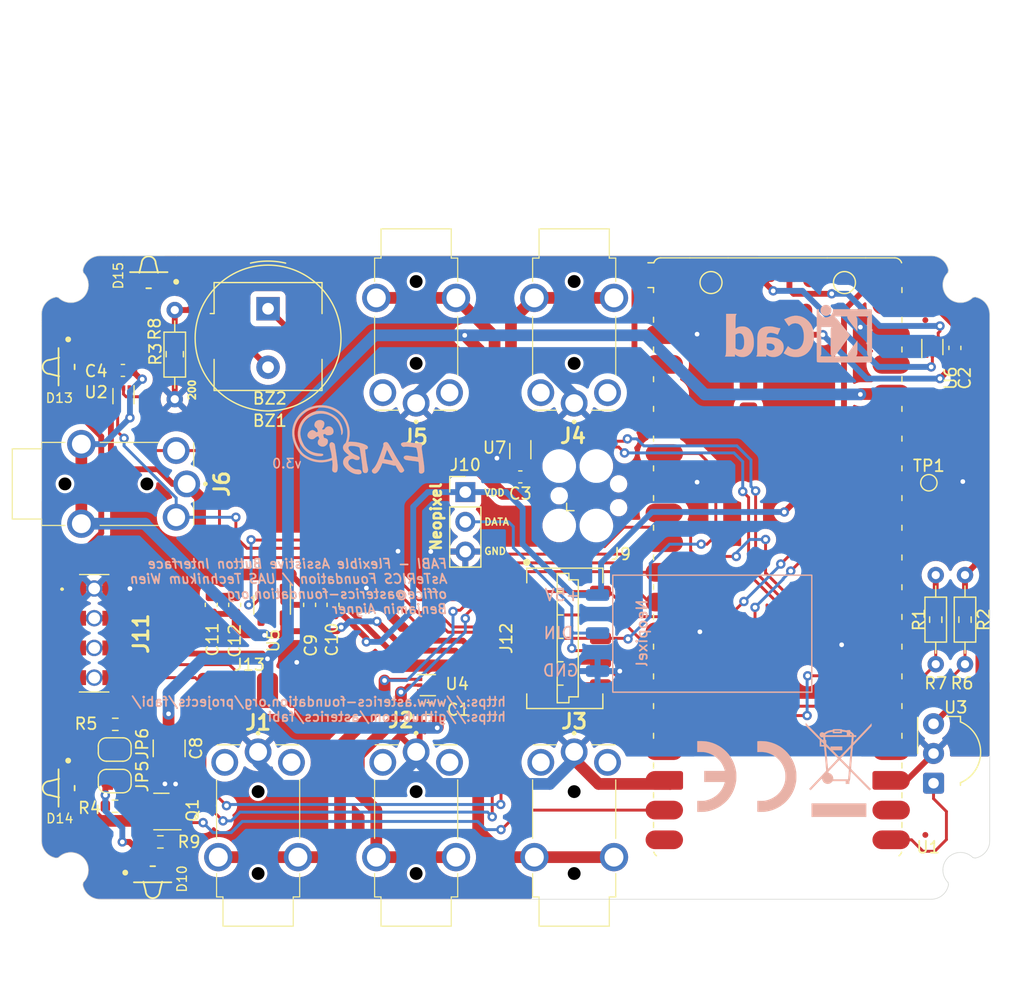
<source format=kicad_pcb>
(kicad_pcb (version 20221018) (generator pcbnew)
  (layers (0 "F.Cu" signal) (31 "B.Cu" signal) (34 "B.Paste" user) (35 "F.Paste" user) (36 "B.SilkS" user "B.Silkscreen") (37 "F.SilkS" user "F.Silkscreen") (38 "B.Mask" user) (39 "F.Mask" user) (44 "Edge.Cuts" user))
  (net 0 "")
  (net 1 "GND")
  (net 2 "VCC")
  (net 3 "/BUZZER")
  (net 4 "Net-(BZ1-+)")
  (net 5 "VBUS")
  (net 6 "Net-(U1-USB_GND)")
  (net 7 "+3.3VADC")
  (net 8 "GNDA")
  (net 9 "Net-(D10-K)")
  (net 10 "Net-(D10-A)")
  (net 11 "Net-(D13-K)")
  (net 12 "Net-(D13-A)")
  (net 13 "Net-(D14-K)")
  (net 15 "/BUTTON1")
  (net 18 "/BUTTON2")
  (net 21 "/BUTTON3")
  (net 24 "/BUTTON4")
  (net 27 "/BUTTON5")
  (net 29 "/SCL")
  (net 30 "/SDA")
  (net 31 "Net-(J9-SWDIO)")
  (net 32 "/RESET")
  (net 33 "Net-(J9-SWCLK)")
  (net 35 "/NEOPIXEL")
  (net 36 "/SDA_INT")
  (net 37 "/SCL_INT")
  (net 38 "/MPRLS_DRDY_RES")
  (net 39 "Net-(U1-AGND)")
  (net 40 "/IR_LED")
  (net 47 "/3V3_ADC_ENABLE")
  (net 50 "/IR_TSOP")
  (net 57 "Net-(U1-USB_DM)")
  (net 58 "Net-(U1-USB_DP)")
  (footprint "Resistor_SMD:R_0603_1608Metric" (layer "F.Cu") (at 163.6275 114.94 90)
    (fp_text reference "R1")
    (fp_text value "4k7")
  )
  (footprint "Resistor_SMD:R_0603_1608Metric" (layer "F.Cu") (at 166.1275 114.94 90)
    (fp_text reference "R2")
    (fp_text value "4k7")
  )
  (footprint "Connector_PinHeader_2.54mm:PinHeader_1x03_P2.54mm_Vertical" (layer "F.Cu") (at 123.44 104.04)
    (fp_text reference "J10")
    (fp_text value "Conn_01x03_Male")
  )
  (footprint "Connector:Tag-Connect_TC2030-IDC-FP_2x03_P1.27mm_Vertical" (layer "F.Cu") (at 134 104.356)
    (fp_text reference "J9")
    (fp_text value "Conn_ARM_SWD_TagConnect_TC2030" hide)
  )
  (footprint "Resistor_THT:R_Axial_DIN0204_L3.6mm_D1.6mm_P7.62mm_Horizontal" (layer "F.Cu") (at 98.620001 96.100001 90)
    (fp_text reference "R8")
    (fp_text value "200")
  )
  (footprint "Capacitor_SMD:C_0603_1608Metric" (layer "F.Cu") (at 120.315 122.54 180)
    (fp_text reference "C1")
    (fp_text value "100n")
  )
  (footprint "FABI:91601304LF" (layer "F.Cu") (at 91.74 116.09 -90)
    (fp_text reference "J11")
    (fp_text value "display_connector_91601-304LF" hide)
  )
  (footprint "Module_RaspberryPi_Pico:RaspberryPi_Pico_W_SMD" (layer "F.Cu") (at 150.13 109.63)
    (fp_text reference "U1")
    (fp_text value "RaspberryPi_Pico_W_SecondaryPins")
  )
  (footprint "Resistor_SMD:R_0603_1608Metric" (layer "F.Cu") (at 93.54 123.89)
    (fp_text reference "R5")
    (fp_text value "DNP")
  )
  (footprint "Package_TO_SOT_SMD:SOT-553" (layer "F.Cu") (at 94.24 95.84 -90)
    (fp_text reference "U2")
    (fp_text value "TPD3E001DRLR")
  )
  (footprint "Resistor_SMD:R_0603_1608Metric" (layer "F.Cu") (at 93.515 130.89)
    (fp_text reference "R4")
    (fp_text value "DNP")
  )
  (footprint "Resistor_SMD:R_0805_2012Metric_Pad1.20x1.40mm_HandSolder" (layer "F.Cu") (at 98.620001 92.250001 90)
    (fp_text reference "R3")
    (fp_text value "200")
  )
  (footprint "FABI:FC68125" (layer "F.Cu") (at 105.74 132.84 180)
    (fp_text reference "J1")
    (fp_text value "AudioJack3_Ground" hide)
  )
  (footprint "FABI:FC68125" (layer "F.Cu") (at 119.24 132.84 180)
    (fp_text reference "J2")
    (fp_text value "AudioJack3_Ground" hide)
  )
  (footprint "FABI:FC68125" (layer "F.Cu") (at 132.74 132.84 180)
    (fp_text reference "J3")
    (fp_text value "AudioJack3_Ground" hide)
  )
  (footprint "FABI:FC68125" (layer "F.Cu") (at 132.74 89.84)
    (fp_text reference "J4")
    (fp_text value "AudioJack3_Ground" hide)
  )
  (footprint "FABI:FC68125" (layer "F.Cu") (at 119.24 89.84)
    (fp_text reference "J5")
    (fp_text value "AudioJack3_Ground" hide)
  )
  (footprint "FABI:FC68125" (layer "F.Cu") (at 93.04 103.34 90)
    (fp_text reference "J6")
    (fp_text value "AudioJack3_Ground" hide)
  )
  (footprint "Resistor_THT:R_Axial_DIN0204_L3.6mm_D1.6mm_P7.62mm_Horizontal" (layer "F.Cu") (at 166.1275 111.13 -90)
    (fp_text reference "R6")
    (fp_text value "10k")
  )
  (footprint "Resistor_THT:R_Axial_DIN0204_L3.6mm_D1.6mm_P7.62mm_Horizontal" (layer "F.Cu") (at 163.6275 111.13 -90)
    (fp_text reference "R7")
    (fp_text value "10k")
  )
  (footprint "Fiducial:Fiducial_0.5mm_Mask1mm" (layer "F.Cu") (at 162.74 89.34)
    (fp_text reference "FID10" hide)
    (fp_text value "Fiducial" hide)
  )
  (footprint "Fiducial:Fiducial_0.5mm_Mask1mm" (layer "F.Cu") (at 92.74 89.34)
    (fp_text reference "FID7" hide)
    (fp_text value "Fiducial" hide)
  )
  (footprint "FLipMouse:pressure_sensor" (layer "F.Cu") (at 105.27 120.99 180)
    (fp_text reference "J13")
    (fp_text value "Conn_01x04_Male")
  )
  (footprint "Capacitor_SMD:C_1210_3225Metric" (layer "F.Cu") (at 98.14 125.94 -90)
    (fp_text reference "C8")
    (fp_text value "100uF/6.3V")
  )
  (footprint "FLipMouse:SFH4045N" (layer "F.Cu") (at 88.74 93.34 -90)
    (fp_text reference "D13")
    (fp_text value "SFH4045" hide)
  )
  (footprint "Capacitor_SMD:C_0603_1608Metric" (layer "F.Cu") (at 110.14 113.6775 90)
    (fp_text reference "C9")
    (fp_text value "1uF / >6.3V / X7R")
  )
  (footprint "Package_TO_SOT_SMD:SOT-553" (layer "F.Cu") (at 128.14 100.54 -90)
    (fp_text reference "U7")
    (fp_text value "TPD3E001DRLR")
  )
  (footprint "FLipMouse:SFH4045N" (layer "F.Cu") (at 96.39 85.29 180)
    (fp_text reference "D15")
    (fp_text value "SFH4045" hide)
  )
  (footprint "FLipMouse:SFH4045N" (layer "F.Cu") (at 96.74 137.34)
    (fp_text reference "D10")
    (fp_text value "SFH4045" hide)
  )
  (footprint "Package_TO_SOT_SMD:SOT-553" (layer "F.Cu") (at 163.34 91.64 90)
    (fp_text reference "U6")
    (fp_text value "TPD3E001DRLR")
  )
  (footprint "NetTie:NetTie-2_SMD_Pad0.5mm" (layer "F.Cu") (at 164.54 103.24)
    (fp_text reference "NT1" hide)
    (fp_text value "NetTie_2" hide)
  )
  (footprint "Fiducial:Fiducial_0.5mm_Mask1mm" (layer "F.Cu") (at 162.74 133.34)
    (fp_text reference "FID9" hide)
    (fp_text value "Fiducial" hide)
  )
  (footprint "Fiducial:Fiducial_0.5mm_Mask1mm" (layer "F.Cu") (at 99.29 113.69)
    (fp_text reference "FID11" hide)
    (fp_text value "Fiducial" hide)
  )
  (footprint "Capacitor_SMD:C_0603_1608Metric" (layer "F.Cu") (at 94.19 93.64 180)
    (fp_text reference "C4")
    (fp_text value "100n")
  )
  (footprint "Jumper:SolderJumper-2_P1.3mm_Bridged_RoundedPad1.0x1.5mm" (layer "F.Cu") (at 93.49 126.04 180)
    (fp_text reference "JP6")
    (fp_text value "SolderJumper_2_Bridged" hide)
  )
  (footprint "Package_TO_SOT_SMD:SOT-23-5" (layer "F.Cu") (at 106.94 113.6775 -90)
    (fp_text reference "U5")
    (fp_text value "MIC5504-3.3YM5")
  )
  (footprint "Capacitor_SMD:C_0603_1608Metric" (layer "F.Cu") (at 112.14 113.6775 90)
    (fp_text reference "C10")
    (fp_text value "100n")
  )
  (footprint "FLipMouse:SFH4045N" (layer "F.Cu") (at 88.74 129.34 -90)
    (fp_text reference "D14")
    (fp_text value "SFH4045" hide)
  )
  (footprint "Buzzer_Beeper:Buzzer_TDK_PS1240P02BT_D12.2mm_H6.5mm" (layer "F.Cu") (at 106.59 88.369216 -90)
    (fp_text reference "BZ1")
    (fp_text value "Buzzer")
  )
  (footprint "Fiducial:Fiducial_0.5mm_Mask1mm" (layer "F.Cu") (at 92.74 133.34)
    (fp_text reference "FID8" hide)
    (fp_text value "Fiducial" hide)
  )
  (footprint "NetTie:NetTie-2_SMD_Pad0.5mm" (layer "F.Cu") (at 113.89 112.89 180)
    (fp_text reference "NT2" hide)
    (fp_text value "NetTie_2" hide)
  )
  (footprint "TestPoint:TestPoint_Pad_D1.0mm" (layer "F.Cu") (at 163.04 103.24)
    (fp_text reference "TP1")
    (fp_text value "TestPoint" hide)
  )
  (footprint "FLipMouse:009159005551906" (layer "F.Cu") (at 131.94 116.54 90)
    (fp_text reference "J12")
    (fp_text value "009159005551906")
  )
  (footprint "Capacitor_SMD:C_0603_1608Metric" (layer "F.Cu") (at 103.74 113.6775 90)
    (fp_text reference "C12")
    (fp_text value "1uF / >6.3V / X7R")
  )
  (footprint "OptoDevice:Vishay_MOLD-3Pin" (layer "F.Cu") (at 163.44 128.92 90)
    (fp_text reference "U3")
    (fp_text value "TSOP4838")
  )
  (footprint "Buzzer_Beeper:Buzzer_Murata_PKMCS0909E" (layer "F.Cu") (at 106.59 90.74)
    (fp_text reference "BZ2")
    (fp_text value "PKMCS0909E4000")
  )
  (footprint "Capacitor_SMD:C_0603_1608Metric" (layer "F.Cu") (at 165.265 91.715 -90)
    (fp_text reference "C2")
    (fp_text value "100n")
  )
  (footprint "Capacitor_SMD:C_0603_1608Metric" (layer "F.Cu") (at 128.14 102.74 180)
    (fp_text reference "C3")
    (fp_text value "100n")
  )
  (footprint "Package_TO_SOT_SMD:SOT-553" (layer "F.Cu") (at 120.24 120.54)
    (fp_text reference "U4")
    (fp_text value "TPD3E001DRLR")
  )
  (footprint "Fiducial:Fiducial_0.5mm_Mask1mm" (layer "F.Cu") (at 115.39 113.69)
    (fp_text reference "FID12" hide)
    (fp_text value "Fiducial" hide)
  )
  (footprint "Package_TO_SOT_SMD:SOT-23" (layer "F.Cu") (at 97.4775 131.34 180)
    (fp_text reference "Q1")
    (fp_text value "BSS806")
  )
  (footprint "Resistor_SMD:R_0603_1608Metric" (layer "F.Cu") (at 97.39 133.94)
    (fp_text reference "R9")
    (fp_text value "4k7")
  )
  (footprint "Jumper:SolderJumper-2_P1.3mm_Bridged_RoundedPad1.0x1.5mm" (layer "F.Cu") (at 93.49 128.74 180)
    (fp_text reference "JP5")
    (fp_text value "SolderJumper_2_Bridged" hide)
  )
  (footprint "Capacitor_SMD:C_0603_1608Metric" (layer "F.Cu") (at 101.74 113.6775 90)
    (fp_text reference "C11")
    (fp_text value "100n")
  )
  (footprint "Connector_Wire:SolderWirePad_1x01_SMD_1x2mm" (layer "B.Cu") (at 134.74 116.09 -90)
    (fp_text reference "J11_data1" hide)
    (fp_text value "Conn_01x01_Male")
  )
  (footprint "Connector_Wire:SolderWirePad_1x01_SMD_1x2mm" (layer "B.Cu") (at 134.74 119.34 -90)
    (fp_text reference "J11_GND1" hide)
    (fp_text value "Conn_01x01_Male")
  )
  (footprint "Connector_Wire:SolderWirePad_1x01_SMD_1x2mm" (layer "B.Cu") (at 134.74 112.84 -90)
    (fp_text reference "J11_VDD1" hide)
    (fp_text value "Conn_01x01_Male")
  )
  (footprint "Symbol:KiCad-Logo_5mm_SilkScreen" (layer "B.Cu") (at 151.905698 91.017938 180)
    (fp_text reference "LOGO6" hide)
    (fp_text value "Logo_KiCAD" hide)
  )
  (footprint "Symbol:CE-Logo_8.5x6mm_SilkScreen" (layer "B.Cu") (at 147.49 128.34 180)
    (fp_text reference "LOGO7" hide)
    (fp_text value "Logo_CE" hide)
  )
  (footprint "FABI:FABI_Logo_s" (layer "B.Cu") (at 114.236099 99.196395 180)
    (fp_text reference "LOGO5" hide)
    (fp_text value "Logo_FABI" hide)
  )
  (footprint "Symbol:WEEE-Logo_5.6x8mm_SilkScreen" (layer "B.Cu") (at 155.34 127.79 180)
    (fp_text reference "LOGO8" hide)
    (fp_text value "Logo_WEEE" hide)
  )
  (gr_rect (start 136.04 111.14) (end 153.04 121.14) (stroke (width 0.12)) (fill none) (layer "B.SilkS"))
  (gr_line (start 87.24 133.84) (end 87.24 89.84) (stroke (width 0.05)) (layer "Edge.Cuts"))
  (gr_line (start 87.24 89.34) (end 87.24 89.84) (stroke (width 0.05)) (layer "Edge.Cuts"))
  (gr_line (start 94.24 83.84) (end 93.74 83.84) (stroke (width 0.05)) (layer "Edge.Cuts"))
  (gr_line (start 90.80066 137.40066) (end 90.762788 137.600472) (stroke (width 0.05)) (layer "Edge.Cuts"))
  (gr_line (start 88.479528 135.317212) (end 88.67934 135.27934) (stroke (width 0.05)) (layer "Edge.Cuts"))
  (gr_line (start 164.717212 137.600472) (end 164.67934 137.40066) (stroke (width 0.05)) (layer "Edge.Cuts"))
  (gr_line (start 166.80066 135.27934) (end 167.000472 135.317212) (stroke (width 0.05)) (layer "Edge.Cuts"))
  (gr_arc (start 90.762788 85.079528) (mid 91.275818 84.190933) (end 92.24 83.84) (stroke (width 0.05)) (layer "Edge.Cuts"))
  (gr_arc (start 87.24 88.84) (mid 87.590933 87.875818) (end 88.479528 87.362788) (stroke (width 0.05)) (layer "Edge.Cuts"))
  (gr_arc (start 91.24 86.34) (mid 90.314025 87.725819) (end 88.67934 87.40066) (stroke (width 0.05)) (layer "Edge.Cuts"))
  (gr_line (start 88.67934 87.40066) (end 88.479528 87.362788) (stroke (width 0.05)) (layer "Edge.Cuts"))
  (gr_arc (start 90.80066 85.27934) (mid 91.125819 85.765975) (end 91.24 86.34) (stroke (width 0.05)) (layer "Edge.Cuts"))
  (gr_line (start 90.762788 85.079528) (end 90.80066 85.27934) (stroke (width 0.05)) (layer "Edge.Cuts"))
  (gr_line (start 87.24 89.34) (end 87.24 88.84) (stroke (width 0.05)) (layer "Edge.Cuts"))
  (gr_line (start 93.24 83.84) (end 93.74 83.84) (stroke (width 0.05)) (layer "Edge.Cuts"))
  (gr_line (start 161.24 83.84) (end 162.24 83.84) (stroke (width 0.05)) (layer "Edge.Cuts"))
  (gr_line (start 161.24 138.84) (end 162.24 138.84) (stroke (width 0.05)) (layer "Edge.Cuts"))
  (gr_line (start 93.24 138.84) (end 92.24 138.84) (stroke (width 0.05)) (layer "Edge.Cuts"))
  (gr_line (start 93.24 83.84) (end 92.24 83.84) (stroke (width 0.05)) (layer "Edge.Cuts"))
  (gr_arc (start 166.80066 87.40066) (mid 166.314025 87.725819) (end 165.74 87.84) (stroke (width 0.05)) (layer "Edge.Cuts"))
  (gr_line (start 167.000472 87.362788) (end 166.80066 87.40066) (stroke (width 0.05)) (layer "Edge.Cuts"))
  (gr_line (start 162.24 83.84) (end 163.24 83.84) (stroke (width 0.05)) (layer "Edge.Cuts"))
  (gr_line (start 162.24 138.84) (end 163.24 138.84) (stroke (width 0.05)) (layer "Edge.Cuts"))
  (gr_arc (start 88.67934 135.27934) (mid 90.314025 134.954181) (end 91.24 136.34) (stroke (width 0.05)) (layer "Edge.Cuts"))
  (gr_arc (start 91.24 136.34) (mid 91.125819 136.914025) (end 90.80066 137.40066) (stroke (width 0.05)) (layer "Edge.Cuts"))
  (gr_arc (start 164.24 136.34) (mid 165.165975 134.954181) (end 166.80066 135.27934) (stroke (width 0.05)) (layer "Edge.Cuts"))
  (gr_line (start 98.74 83.84) (end 94.24 83.84) (stroke (width 0.05)) (layer "Edge.Cuts"))
  (gr_arc (start 164.67934 137.40066) (mid 164.354181 136.914025) (end 164.24 136.34) (stroke (width 0.05)) (layer "Edge.Cuts"))
  (gr_arc (start 168.24 133.84) (mid 167.889067 134.804182) (end 167.000472 135.317212) (stroke (width 0.05)) (layer "Edge.Cuts"))
  (gr_arc (start 164.717212 137.600472) (mid 164.204182 138.489067) (end 163.24 138.84) (stroke (width 0.05)) (layer "Edge.Cuts"))
  (gr_arc (start 165.74 87.84) (mid 164.354181 86.914025) (end 164.67934 85.27934) (stroke (width 0.05)) (layer "Edge.Cuts"))
  (gr_arc (start 88.479528 135.317212) (mid 87.590933 134.804182) (end 87.24 133.84) (stroke (width 0.05)) (layer "Edge.Cuts"))
  (gr_arc (start 92.24 138.84) (mid 91.275818 138.489067) (end 90.762788 137.600472) (stroke (width 0.05)) (layer "Edge.Cuts"))
  (gr_arc (start 167.000472 87.362788) (mid 167.889067 87.875818) (end 168.24 88.84) (stroke (width 0.05)) (layer "Edge.Cuts"))
  (gr_line (start 93.24 138.84) (end 161.24 138.84) (stroke (width 0.05)) (layer "Edge.Cuts"))
  (gr_line (start 164.67934 85.27934) (end 164.717212 85.079528) (stroke (width 0.05)) (layer "Edge.Cuts"))
  (gr_arc (start 163.24 83.84) (mid 164.204182 84.190933) (end 164.717212 85.079528) (stroke (width 0.05)) (layer "Edge.Cuts"))
  (gr_line (start 168.24 88.84) (end 168.24 133.84) (stroke (width 0.05)) (layer "Edge.Cuts"))
  (gr_line (start 161.24 83.84) (end 98.74 83.84) (stroke (width 0.05)) (layer "Edge.Cuts"))
  (gr_text "Neopixel" (at 138.532 116.098 90) (layer "B.SilkS") (effects (font (size 0.9 0.9)) (justify mirror)))
  (gr_text "+5V" (at 131.74 112.84) (layer "B.SilkS") (effects (font (size 1 1)) (justify mirror)))
  (gr_text "GND" (at 131.59 119.29) (layer "B.SilkS") (effects (font (size 1 1)) (justify mirror)))
  (gr_text "DIN" (at 131.39 116.09) (layer "B.SilkS") (effects (font (size 1 1)) (justify mirror)))
  (gr_text "FABI - Flexible Assistive Button Interface\nAsTeRICS Foundation / UAS Technikum Wien\noffice@asterics-foundation.org\nBenjamin Aigner" (at 122 112.1) (layer "B.SilkS") (effects (font (size 0.8 0.8) (thickness 0.15) italic) (justify left mirror)))
  (gr_text "v3.0" (at 108.2 101.6) (layer "B.SilkS") (effects (font (size 0.8 0.8) (thickness 0.125)) (justify mirror)))
  (gr_text "https://www.asterics-foundation.org/projects/fabi/\nhttps://github.com/asterics/fabi" (at 127 122.6) (layer "B.SilkS") (effects (font (size 0.8 0.8) (thickness 0.15) bold) (justify left mirror)))
  (gr_text "GND" (at 124.99 109.09) (layer "F.SilkS") (effects (font (size 0.6 0.6) (thickness 0.125)) (justify left)))
  (gr_text "DATA" (at 124.99 106.59) (layer "F.SilkS") (effects (font (size 0.6 0.6) (thickness 0.125)) (justify left)))
  (gr_text "Neopixel" (at 120.94 106.14 90) (layer "F.SilkS") (effects (font (size 0.9 0.9) (thickness 0.225))))
  (gr_text "VDD" (at 124.99 104.09) (layer "F.SilkS") (effects (font (size 0.6 0.6) (thickness 0.125)) (justify left)))
  (segment (start 98.415 130.39) (end 98.415 129.615) (width 0.5) (layer "F.Cu") (net 1))
  (segment (start 140.9375 128.9825) (end 134.826811 128.9825) (width 1) (layer "F.Cu") (net 1))
  (segment (start 90.34 112.28) (end 93.14 112.28) (width 0.5) (layer "F.Cu") (net 1))
  (segment (start 102.24 91.74) (end 100.729999 93.250001) (width 0.5) (layer "F.Cu") (net 1))
  (segment (start 93.14 112.28) (end 94.78 112.28) (width 0.5) (layer "F.Cu") (net 1))
  (segment (start 119.54 125.94) (end 119.24 126.24) (width 0.5) (layer "F.Cu") (net 1))
  (segment (start 94.78 112.28) (end 94.79 112.29) (width 0.5) (layer "F.Cu") (net 1))
  (segment (start 141.24 128.68) (end 140.9375 128.9825) (width 1) (layer "F.Cu") (net 1))
  (segment (start 100.729999 93.250001) (end 98.620001 93.250001) (width 0.5) (layer "F.Cu") (net 1))
  (segment (start 98.14 127.415) (end 98.14 128.617904) (width 1) (layer "F.Cu") (net 1))
  (segment (start 109.08 120.99) (end 109.08 118.63) (width 0.5) (layer "F.Cu") (net 1))
  (segment (start 126.94 100.54) (end 127.64 99.84) (width 0.25) (layer "F.Cu") (net 1))
  (segment (start 132.74 126.895689) (end 132.74 126.24) (width 1) (layer "F.Cu") (net 1))
  (segment (start 159.02 115.98) (end 158.35 115.98) (width 0.5) (layer "F.Cu") (net 1))
  (segment (start 98.14 129.34) (end 98.415 129.615) (width 1) (layer "F.Cu") (net 1))
  (segment (start 141.24 115.98) (end 143.48 115.98) (width 0.5) (layer "F.Cu") (net 1))
  (segment (start 102.24 90.74) (end 102.24 91.74) (width 0.5) (layer "F.Cu") (net 1))
  (segment (start 165.04 103.24) (end 165.84 103.24) (width 0.5) (layer "F.Cu") (net 1))
  (segment (start 98.69 128.99) (end 98.512096 128.99) (width 1) (layer "F.Cu") (net 1))
  (segment (start 158.35 115.98) (end 157.24 117.09) (width 0.5) (layer "F.Cu") (net 1))
  (segment (start 109.08 118.63) (end 109.04 118.59) (width 0.5) (layer "F.Cu") (net 1))
  (segment (start 126.94 101.14) (end 126.94 100.54) (width 0.25) (layer "F.Cu") (net 1))
  (segment (start 134.826811 128.9825) (end 132.74 126.895689) (width 1) (layer "F.Cu") (net 1))
  (segment (start 157.24 117.09) (end 153.99 117.09) (width 0.5) (layer "F.Cu") (net 1))
  (segment (start 153.2541 116.3541) (end 153.2541 115.33) (width 0.5) (layer "F.Cu") (net 1))
  (segment (start 141.24 103.28) (end 143.15 103.28) (width 0.5) (layer "F.Cu") (net 1))
  (segment (start 117.72 109.12) (end 117.69 109.09) (width 0.5) (layer "F.Cu") (net 1))
  (segment (start 123.44 109.12) (end 117.72 109.12) (width 0.5) (layer "F.Cu") (net 1))
  (segment (start 140.0183 104.5017) (end 141.24 103.28) (width 0.25) (layer "F.Cu") (net 1))
  (segment (start 98.69 128.99) (end 98.14 129.34) (width 1) (layer "F.Cu") (net 1))
  (segment (start 98.415 130.874251) (end 98.415 130.39) (width 0.25) (layer "F.Cu") (net 1))
  (segment (start 98.620001 93.250001) (end 98.620001 96.100001) (width 0.5) (layer "F.Cu") (net 1))
  (segment (start 163.44 126.38) (end 161.14 128.68) (width 0.5) (layer "F.Cu") (net 1))
  (segment (start 158.98 90.54) (end 159.02 90.58) (width 0.5) (layer "F.Cu") (net 1))
  (segment (start 96.565 132.724251) (end 98.415 130.874251) (width 0.25) (layer "F.Cu") (net 1))
  (segment (start 98.14 128.617904) (end 97.778952 128.978952) (width 1) (layer "F.Cu") (net 1))
  (segment (start 153.99 117.09) (end 153.2541 116.3541) (width 0.5) (layer "F.Cu") (net 1))
  (segment (start 143.2 90.58) (end 143.24 90.54) (width 0.5) (layer "F.Cu") (net 1))
  (segment (start 98.512096 128.99) (end 98.14 128.617904) (width 1) (layer "F.Cu") (net 1))
  (segment (start 127.365 102.365) (end 126.94 101.94) (width 0.25) (layer "F.Cu") (net 1))
  (segment (start 96.565 133.94) (end 96.565 132.724251) (width 0.25) (layer "F.Cu") (net 1))
  (segment (start 127.365 102.74) (end 127.365 102.365) (width 0.25) (layer "F.Cu") (net 1))
  (segment (start 126.54 101.14) (end 126.14 101.14) (width 0.5) (layer "F.Cu") (net 1))
  (segment (start 143.15 103.28) (end 143.24 103.19) (width 0.5) (layer "F.Cu") (net 1))
  (segment (start 98.415 129.615) (end 97.778952 128.978952) (width 0.25) (layer "F.Cu") (net 1))
  (segment (start 126.94 101.14) (end 126.54 101.14) (width 0.5) (layer "F.Cu") (net 1))
  (segment (start 165.84 103.24) (end 165.94 103.14) (width 0.5) (layer "F.Cu") (net 1))
  (segment (start 135.7593 104.5017) (end 140.0183 104.5017) (width 0.25) (layer "F.Cu") (net 1))
  (segment (start 119.54 122.54) (end 119.54 125.94) (width 0.5) (layer "F.Cu") (net 1))
  (segment (start 114.39 112.89) (end 114.39 112.84) (width 0.5) (layer "F.Cu") (net 1))
  (segment (start 135.27 104.991) (end 135.7593 104.5017) (width 0.25) (layer "F.Cu") (net 1))
  (segment (start 114.39 112.84) (end 114.99 112.24) (width 0.5) (layer "F.Cu") (net 1))
  (segment (start 141.24 90.58) (end 143.2 90.58) (width 0.5) (layer "F.Cu") (net 1))
  (segment (start 119.54 121.04) (end 119.54 122.54) (width 0.25) (layer "F.Cu") (net 1))
  (segment (start 126.94 101.94) (end 126.94 101.14) (width 0.25) (layer "F.Cu") (net 1))
  (segment (start 161.14 128.68) (end 159.02 128.68) (width 0.5) (layer "F.Cu") (net 1))
  (via (at 157.19 89.94) (size 0.8) (drill 0.4) (layers "F.Cu" "B.Cu") (net 1))
  (via (at 97.778952 128.978952) (size 0.8) (drill 0.4) (layers "F.Cu" "B.Cu") (net 1))
  (via (at 143.24 103.19) (size 0.8) (drill 0.4) (layers "F.Cu" "B.Cu") (net 1))
  (via (at 165.94 103.14) (size 0.8) (drill 0.4) (layers "F.Cu" "B.Cu") (net 1))
  (via (at 136.64 119.34) (size 0.8) (drill 0.4) (layers "F.Cu" "B.Cu") (net 1))
  (via (at 120.49 109.12) (size 0.8) (drill 0.4) (layers "F.Cu" "B.Cu") (net 1))
  (via (at 98.69 128.99) (size 0.8) (drill 0.4) (layers "F.Cu" "B.Cu") (net 1))
  (via (at 117.69 109.09) (size 0.8) (drill 0.4) (layers "F.Cu" "B.Cu") (net 1))
  (via (at 126.14 101.14) (size 0.8) (drill 0.4) (layers "F.Cu" "B.Cu") (net 1))
  (via (at 143.24 90.54) (size 0.8) (drill 0.4) (layers "F.Cu" "B.Cu") (net 1))
  (via (at 155.59 117.09) (size 0.8) (drill 0.4) (layers "F.Cu" "B.Cu") (net 1))
  (via (at 94.79 112.29) (size 0.8) (drill 0.4) (layers "F.Cu" "B.Cu") (net 1))
  (via (at 114.99 112.24) (size 0.8) (drill 0.4) (layers "F.Cu" "B.Cu") (net 1))
  (via (at 109.04 118.59) (size 0.8) (drill 0.4) (layers "F.Cu" "B.Cu") (net 1))
  (via (at 143.48 115.98) (size 0.8) (drill 0.4) (layers "F.Cu" "B.Cu") (net 1))
  (segment (start 105.74 126.24) (end 105.74 127.14) (width 1) (layer "B.Cu") (net 1))
  (segment (start 132.74 126.895689) (end 132.74 126.24) (width 1) (layer "B.Cu") (net 1))
  (segment (start 105.74 127.14) (end 107.74 129.14) (width 1) (layer "B.Cu") (net 1))
  (segment (start 130.653189 128.9825) (end 132.74 126.895689) (width 1) (layer "B.Cu") (net 1))
  (segment (start 132.74 95.784311) (end 132.74 96.44) (width 1) (layer "B.Cu") (net 1))
  (segment (start 116.995689 129.14) (end 119.24 126.895689) (width 1) (layer "B.Cu") (net 1))
  (segment (start 119.24 126.895689) (end 119.24 126.24) (width 1) (layer "B.Cu") (net 1))
  (segment (start 121.326811 128.9825) (end 130.653189 128.9825) (width 1) (layer "B.Cu") (net 1))
  (segment (start 125.94 93.34) (end 130.295689 93.34) (width 1) (layer "B.Cu") (net 1))
  (segment (start 119.24 96.44) (end 119.24 95.784311) (width 1) (layer "B.Cu") (net 1))
  (segment (start 119.24 126.895689) (end 121.326811 128.9825) (width 1) (layer "B.Cu") (net 1))
  (segment (start 126.14 93.54) (end 125.94 93.34) (width 1) (layer "B.Cu") (net 1))
  (segment (start 107.74 129.14) (end 116.995689 129.14) (width 1) (layer "B.Cu") (net 1))
  (segment (start 126.14 101.14) (end 126.14 93.54) (width 1) (layer "B.Cu") (net 1))
  (segment (start 134.74 119.34) (end 136.64 119.34) (width 0.5) (layer "B.Cu") (net 1))
  (segment (start 121.684311 93.34) (end 125.94 93.34) (width 1) (layer "B.Cu") (net 1))
  (segment (start 119.24 95.784311) (end 121.684311 93.34) (width 1) (layer "B.Cu") (net 1))
  (segment (start 130.295689 93.34) (end 132.74 95.784311) (width 1) (layer "B.Cu") (net 1))
  (segment (start 95.09 123.89) (end 96.14 124.94) (width 0.5) (layer "F.Cu") (net 2))
  (segment (start 96.14 124.94) (end 95.04 126.04) (width 1) (layer "F.Cu") (net 2))
  (segment (start 163.6275 111.13) (end 163.6275 114.115) (width 0.5) (layer "F.Cu") (net 2))
  (segment (start 120.34 121.79) (end 121.09 122.54) (width 0.25) (layer "F.Cu") (net 2))
  (segment (start 121.09 122.54) (end 121.09 124.14) (width 1) (layer "F.Cu") (net 2))
  (segment (start 98.09 122.99) (end 98.09 124.415) (width 1) (layer "F.Cu") (net 2))
  (segment (start 166.1275 111.13) (end 166.1275 114.115) (width 0.5) (layer "F.Cu") (net 2))
  (segment (start 130.5263 105.2263) (end 129.365 104.065) (width 0.25) (layer "F.Cu") (net 2))
  (segment (start 94.34 130.89) (end 94.34 128.94) (width 0.5) (layer "F.Cu") (net 2))
  (segment (start 132.73 104.991) (end 132.4947 105.2263) (width 0.25) (layer "F.Cu") (net 2))
  (segment (start 95.04 126.04) (end 94.14 126.04) (width 1) (layer "F.Cu") (net 2))
  (segment (start 94.14 128.74) (end 95.04 127.84) (width 1) (layer "F.Cu") (net 2))
  (segment (start 126.64 104.19) (end 124.64 102.19) (width 1) (layer "F.Cu") (net 2))
  (segment (start 129.24 103.94) (end 128.915 103.615) (width 0.25) (layer "F.Cu") (net 2))
  (segment (start 132.4947 105.2263) (end 130.5263 105.2263) (width 0.25) (layer "F.Cu") (net 2))
  (segment (start 164.66 95.66) (end 166.99 97.99) (width 0.5) (layer "F.Cu") (net 2))
  (segment (start 159.02 95.66) (end 157.22 95.66) (width 1) (layer "F.Cu") (net 2))
  (segment (start 120.94 120.04) (end 120.84 120.04) (width 0.25) (layer "F.Cu") (net 2))
  (segment (start 166.99 110.2675) (end 166.1275 111.13) (width 0.5) (layer "F.Cu") (net 2))
  (segment (start 120.84 120.04) (end 120.34 120.54) (width 0.25) (layer "F.Cu") (net 2))
  (segment (start 166.1275 114.115) (end 163.6275 114.115) (width 0.5) (layer "F.Cu") (net 2))
  (segment (start 96.54 117.84) (end 106.09 117.84) (width 0.5) (layer "F.Cu") (net 2))
  (segment (start 163.44 123.84) (end 167.2775 120.0025) (width 0.5) (layer "F.Cu") (net 2))
  (segment (start 128.915 103.615) (end 128.915 102.74) (width 0.25) (layer "F.Cu") (net 2))
  (segment (start 106.09 117.84) (end 106.54 118.29) (width 0.5) (layer "F.Cu") (net 2))
  (segment (start 129.365 104.065) (end 129.24 103.94) (width 0.25) (layer "F.Cu") (net 2))
  (segment (start 159.02 95.66) (end 164.66 95.66) (width 0.5) (layer "F.Cu") (net 2))
  (segment (start 124.64 91.89) (end 123.39 90.64) (width 1) (layer "F.Cu") (net 2))
  (segment (start 90.34 114.82) (end 93.14 114.82) (width 0.5) (layer "F.Cu") (net 2))
  (segment (start 157.22 95.66) (end 157.19 95.69) (width 1) (layer "F.Cu") (net 2))
  (segment (start 98.09 124.415) (end 98.14 124.465) (width 1) (layer "F.Cu") (net 2))
  (segment (start 94.365 123.89) (end 95.09 123.89) (width 0.5) (layer "F.Cu") (net 2))
  (segment (start 95.04 127.84) (end 95.04 126.04) (width 1) (layer "F.Cu") (net 2))
  (segment (start 93.14 114.82) (end 93.52 114.82) (width 0.5) (layer "F.Cu") (net 2))
  (segment (start 98.14 124.465) (end 96.615 124.465) (width 1) (layer "F.Cu") (net 2))
  (segment (start 129.24 104.19) (end 126.64 104.19) (width 1) (layer "F.Cu") (net 2))
  (segment (start 94.34 128.94) (end 94.14 128.74) (width 0.5) (layer "F.Cu") (net 2))
  (segment (start 129.365 104.065) (end 129.24 104.19) (width 1) (layer "F.Cu") (net 2))
  (segment (start 120.34 120.54) (end 120.34 121.79) (width 0.25) (layer "F.Cu") (net 2))
  (segment (start 96.615 124.465) (end 96.14 124.94) (width 1) (layer "F.Cu") (net 2))
  (segment (start 128.64 101.24) (end 128.64 102.465) (width 0.25) (layer "F.Cu") (net 2))
  (segment (start 124.64 102.19) (end 124.64 91.89) (width 1) (layer "F.Cu") (net 2))
  (segment (start 166.99 97.99) (end 166.99 110.2675) (width 0.5) (layer "F.Cu") (net 2))
  (segment (start 106.54 118.29) (end 106.54 120.99) (width 0.5) (layer "F.Cu") (net 2))
  (segment (start 167.2775 115.265) (end 166.1275 114.115) (width 0.5) (layer "F.Cu") (net 2))
  (segment (start 121.09 124.14) (end 121.04 124.19) (width 1) (layer "F.Cu") (net 2))
  (segment (start 167.2775 120.0025) (end 167.2775 115.265) (width 0.5) (layer "F.Cu") (net 2))
  (segment (start 93.52 114.82) (end 96.54 117.84) (width 0.5) (layer "F.Cu") (net 2))
  (segment (start 128.64 102.465) (end 128.915 102.74) (width 0.25) (layer "F.Cu") (net 2))
  (via (at 157.19 95.69) (size 0.8) (drill 0.4) (layers "F.Cu" "B.Cu") (net 2))
  (via (at 98.09 122.99) (size 0.8) (drill 0.4) (layers "F.Cu" "B.Cu") (net 2))
  (via (at 106.54 118.29) (size 0.8) (drill 0.4) (layers "F.Cu" "B.Cu") (net 2))
  (via (at 123.39 90.64) (size 0.8) (drill 0.4) (layers "F.Cu" "B.Cu") (net 2))
  (via (at 121.04 124.19) (size 0.8) (drill 0.4) (layers "F.Cu" "B.Cu") (net 2))
  (segment (start 108.29 116.54) (end 106.54 118.29) (width 1) (layer "B.Cu") (net 2))
  (segment (start 138.84 90.64) (end 123.39 90.64) (width 1) (layer "B.Cu") (net 2))
  (segment (start 115.69 90.64) (end 108.29 98.04) (width 1) (layer "B.Cu") (net 2))
  (segment (start 106.54 121.59) (end 106.54 118.29) (width 1) (layer "B.Cu") (net 2))
  (segment (start 109.14 124.19) (end 106.54 121.59) (width 1) (layer "B.Cu") (net 2))
  (segment (start 123.39 90.64) (end 115.69 90.64) (width 1) (layer "B.Cu") (net 2))
  (segment (start 101.99 118.29) (end 100.99 118.29) (width 1) (layer "B.Cu") (net 2))
  (segment (start 106.54 118.29) (end 101.99 118.29) (width 1) (layer "B.Cu") (net 2))
  (segment (start 121.04 124.19) (end 109.14 124.19) (width 1) (layer "B.Cu") (net 2))
  (segment (start 100.99 118.29) (end 98.09 121.19) (width 1) (layer "B.Cu") (net 2))
  (segment (start 143.89 95.69) (end 138.84 90.64) (width 1) (layer "B.Cu") (net 2))
  (segment (start 108.29 98.04) (end 108.29 116.54) (width 1) (layer "B.Cu") (net 2))
  (segment (start 157.19 95.69) (end 143.89 95.69) (width 1) (layer "B.Cu") (net 2))
  (segment (start 98.09 121.19) (end 98.09 122.99) (width 1) (layer "B.Cu") (net 2))
  (segment (start 137.89 86.19) (end 137.89 92.29) (width 0.5) (layer "F.Cu") (net 3))
  (segment (start 138.72 93.12) (end 141.24 93.12) (width 0.5) (layer "F.Cu") (net 3))
  (segment (start 106.59 88.369216) (end 108.960784 90.74) (width 0.5) (layer "F.Cu") (net 3))
  (segment (start 136.59 84.89) (end 137.89 86.19) (width 0.5) (layer "F.Cu") (net 3))
  (segment (start 137.89 92.29) (end 138.72 93.12) (width 0.5) (layer "F.Cu") (net 3))
  (segment (start 110.94 87.79) (end 113.84 84.89) (width 0.5) (layer "F.Cu") (net 3))
  (segment (start 110.94 90.74) (end 110.94 87.79) (width 0.5) (layer "F.Cu") (net 3))
  (segment (start 108.960784 90.74) (end 110.94 90.74) (width 0.5) (layer "F.Cu") (net 3))
  (segment (start 113.84 84.89) (end 136.59 84.89) (width 0.5) (layer "F.Cu") (net 3))
  (segment (start 103.29 87.54) (end 104.54 88.79) (width 0.5) (layer "F.Cu") (net 4))
  (segment (start 98.620001 88.480001) (end 99.799999 88.480001) (width 0.5) (layer "F.Cu") (net 4))
  (segment (start 99.799999 88.480001) (end 100.74 87.54) (width 0.5) (layer "F.Cu") (net 4))
  (segment (start 104.54 88.79) (end 104.54 91.319216) (width 0.5) (layer "F.Cu") (net 4))
  (segment (start 98.620001 91.250001) (end 98.620001 88.480001) (width 0.5) (layer "F.Cu") (net 4))
  (segment (start 100.74 87.54) (end 103.29 87.54) (width 0.5) (layer "F.Cu") (net 4))
  (segment (start 104.54 91.319216) (end 106.59 93.369216) (width 0.5) (layer "F.Cu") (net 4))
  (segment (start 162.84 90.94) (end 163.44 91.54) (width 0.25) (layer "F.Cu") (net 5))
  (segment (start 155.79 88.49) (end 155.79 100.64) (width 0.5) (layer "F.Cu") (net 5))
  (segment (start 155.79 100.64) (end 150.69 105.74) (width 0.5) (layer "F.Cu") (net 5))
  (segment (start 160.9 85.5) (end 165.265 89.865) (width 0.5) (layer "F.Cu") (net 5))
  (segment (start 164.665 91.54) (end 165.265 90.94) (width 0.25) (layer "F.Cu") (net 5))
  (segment (start 108.14 113.6775) (end 109.365 113.6775) (width 0.5) (layer "F.Cu") (net 5))
  (segment (start 163.44 91.54) (end 164.665 91.54) (width 0.25) (layer "F.Cu") (net 5))
  (segment (start 112.14 114.4525) (end 110.14 114.4525) (width 0.5) (layer "F.Cu") (net 5))
  (segment (start 114.99 116.537918) (end 114.99 116.84) (width 0.5) (layer "F.Cu") (net 5))
  (segment (start 112.904582 114.4525) (end 114.99 116.537918) (width 0.5) (layer "F.Cu") (net 5))
  (segment (start 158.78 85.5) (end 155.79 88.49) (width 0.5) (layer "F.Cu") (net 5))
  (segment (start 107.89 112.54) (end 107.89 113.4275) (width 0.5) (layer "F.Cu") (net 5))
  (segment (start 165.265 89.865) (end 165.265 90.94) (width 0.5) (layer "F.Cu") (net 5))
  (segment (start 107.89 113.4275) (end 108.14 113.6775) (width 0.5) (layer "F.Cu") (net 5))
  (segment (start 112.14 114.4525) (end 112.904582 114.4525) (width 0.5) (layer "F.Cu") (net 5))
  (segment (start 109.365 113.6775) (end 110.14 114.4525) (width 0.5) (layer "F.Cu") (net 5))
  (segment (start 159.02 85.5) (end 158.78 85.5) (width 0.5) (layer "F.Cu") (net 5))
  (segment (start 159.02 85.5) (end 160.9 85.5) (width 0.5) (layer "F.Cu") (net 5))
  (via (at 150.69 105.74) (size 0.8) (drill 0.4) (layers "F.Cu" "B.Cu") (net 5))
  (via (at 114.99 116.84) (size 0.8) (drill 0.4) (layers "F.Cu" "B.Cu") (net 5))
  (segment (start 116.19 116.84) (end 118.99 114.04) (width 0.5) (layer "B.Cu") (net 5))
  (segment (start 128.34 105.44) (end 126.94 104.04) (width 0.5) (layer "B.Cu") (net 5))
  (segment (start 120.24 104.04) (end 123.44 104.04) (width 0.5) (layer "B.Cu") (net 5))
  (segment (start 135.04 110.09) (end 135.04 112.54) (width 0.5) (layer "B.Cu") (net 5))
  (segment (start 135.04 112.54) (end 134.74 112.84) (width 0.5) (layer "B.Cu") (net 5))
  (segment (start 150.69 105.74) (end 139.39 105.74) (width 0.5) (layer "B.Cu") (net 5))
  (segment (start 139.39 105.74) (end 135.04 110.09) (width 0.5) (layer "B.Cu") (net 5))
  (segment (start 128.34 108.49) (end 128.34 105.44) (width 0.5) (layer "B.Cu") (net 5))
  (segment (start 118.99 105.29) (end 120.24 104.04) (width 0.5) (layer "B.Cu") (net 5))
  (segment (start 134.74 112.84) (end 132.69 112.84) (width 0.5) (layer "B.Cu") (net 5))
  (segment (start 118.99 114.04) (end 118.99 105.29) (width 0.5) (layer "B.Cu") (net 5))
  (segment (start 114.99 116.84) (end 116.19 116.84) (width 0.5) (layer "B.Cu") (net 5))
  (segment (start 132.69 112.84) (end 128.34 108.49) (width 0.5) (layer "B.Cu") (net 5))
  (segment (start 126.94 104.04) (end 123.44 104.04) (width 0.5) (layer "B.Cu") (net 5))
  (segment (start 163.84 92.34) (end 165.115 92.34) (width 0.25) (layer "F.Cu") (net 6))
  (segment (start 165.265 93.065) (end 163.99 94.34) (width 0.5) (layer "F.Cu") (net 6))
  (segment (start 150.13 88.63) (end 152.09 90.59) (width 0.5) (layer "F.Cu") (net 6))
  (segment (start 165.115 92.34) (end 165.265 92.49) (width 0.25) (layer "F.Cu") (net 6))
  (segment (start 152.09 90.59) (end 153.99 90.59) (width 0.5) (layer "F.Cu") (net 6))
  (segment (start 165.265 92.49) (end 165.265 93.065) (width 0.5) (layer "F.Cu") (net 6))
  (via (at 163.99 94.34) (size 0.8) (drill 0.4) (layers "F.Cu" "B.Cu") (net 6))
  (via (at 153.99 90.59) (size 0.8) (drill 0.4) (layers "F.Cu" "B.Cu") (net 6))
  (segment (start 153.99 90.59) (end 157.74 94.34) (width 0.5) (layer "B.Cu") (net 6))
  (segment (start 157.74 94.34) (end 163.99 94.34) (width 0.5) (layer "B.Cu") (net 6))
  (segment (start 95.84 94.39) (end 95.715 94.39) (width 0.5) (layer "F.Cu") (net 7))
  (segment (start 90.64 99.94) (end 90.64 106.74) (width 1) (layer "F.Cu") (net 7))
  (segment (start 95.715 94.39) (end 94.965 93.64) (width 0.5) (layer "F.Cu") (net 7))
  (segment (start 94.74 96.54) (end 94.74 97.64) (width 0.25) (layer "F.Cu") (net 7))
  (segment (start 101.74 114.4525) (end 103.74 114.4525) (width 0.5) (layer "F.Cu") (net 7))
  (segment (start 107.89 115.9275) (end 112.5025 115.9275) (width 0.5) (layer "F.Cu") (net 7))
  (segment (start 107.89 115.9275) (end 107.54 116.2775) (width 0.5) (layer "F.Cu") (net 7))
  (segment (start 106.29 116.2775) (end 107.54 116.2775) (width 0.5) (layer "F.Cu") (net 7))
  (segment (start 128.89 118.54) (end 134.99 118.54) (width 0.5) (layer "F.Cu") (net 7))
  (segment (start 103.74 115.4775) (end 104.54 116.2775) (width 0.5) (layer "F.Cu") (net 7))
  (segment (start 103.74 114.4525) (end 103.74 115.4775) (width 0.5) (layer "F.Cu") (net 7))
  (segment (start 117.54 116.74) (end 115.89 115.09) (width 0.5) (layer "F.Cu") (net 7))
  (segment (start 118.34 116.74) (end 117.54 116.74) (width 0.5) (layer "F.Cu") (net 7))
  (segment (start 128.89 118.54) (end 125.04 118.54) (width 0.5) (layer "F.Cu") (net 7))
  (segment (start 125.04 118.54) (end 123.24 116.74) (width 0.5) (layer "F.Cu") (net 7))
  (segment (start 112.5025 115.9275) (end 112.84 115.59) (width 0.5) (layer "F.Cu") (net 7))
  (segment (start 123.24 116.74) (end 118.34 116.74) (width 0.5) (layer "F.Cu") (net 7))
  (segment (start 107.89 114.815) (end 107.89 115.9275) (width 0.5) (layer "F.Cu") (net 7))
  (segment (start 104.54 116.2775) (end 106.29 116.2775) (width 0.5) (layer "F.Cu") (net 7))
  (segment (start 94.74 97.64) (end 94.79 97.69) (width 0.25) (layer "F.Cu") (net 7))
  (via (at 115.89 115.09) (size 0.8) (drill 0.4) (layers "F.Cu" "B.Cu") (net 7))
  (via (at 95.84 94.39) (size 0.8) (drill 0.4) (layers "F.Cu" "B.Cu") (net 7))
  (via (at 106.29 116.2775) (size 0.8) (drill 0.4) (layers "F.Cu" "B.Cu") (net 7))
  (via (at 112.84 115.59) (size 0.8) (drill 0.4) (layers "F.Cu" "B.Cu") (net 7))
  (via (at 94.79 97.69) (size 0.8) (drill 0.4) (layers "F.Cu" "B.Cu") (net 7))
  (segment (start 94.79 95.44) (end 95.84 94.39) (width 0.5) (layer "B.Cu") (net 7))
  (segment (start 105.5775 116.2775) (end 106.29 116.2775) (width 1) (layer "B.Cu") (net 7))
  (segment (start 92.54 99.94) (end 94.79 97.69) (width 0.5) (layer "B.Cu") (net 7))
  (segment (start 94.79 97.69) (end 94.79 95.44) (width 0.5) (layer "B.Cu") (net 7))
  (segment (start 90.64 99.94) (end 92.54 99.94) (width 0.5) (layer "B.Cu") (net 7))
  (segment (start 96.09 106.79) (end 105.5775 116.2775) (width 1) (layer "B.Cu") (net 7))
  (segment (start 113.54 115.09) (end 113.04 115.59) (width 0.5) (layer "B.Cu") (net 7))
  (segment (start 115.34 115.09) (end 113.54 115.09) (width 0.5) (layer "B.Cu") (net 7))
  (segment (start 96.09 106.74) (end 96.09 106.79) (width 1) (layer "B.Cu") (net 7))
  (segment (start 113.04 115.59) (end 112.84 115.59) (width 0.5) (layer "B.Cu") (net 7))
  (segment (start 90.64 106.74) (end 96.09 106.74) (width 1) (layer "B.Cu") (net 7))
  (segment (start 115.89 115.09) (end 115.34 115.09) (width 0.5) (layer "B.Cu") (net 7))
  (segment (start 93.74 93.965) (end 93.415 93.64) (width 0.25) (layer "F.Cu") (net 8))
  (segment (start 110.14 112.6775) (end 108.54 111.0775) (width 0.5) (layer "F.Cu") (net 8))
  (segment (start 113.39 112.89) (end 113.39 113.94) (width 0.5) (layer "F.Cu") (net 8))
  (segment (start 99.64 103.34) (end 100.782499 104.482499) (width 1) (layer "F.Cu") (net 8))
  (segment (start 107.34 111.0775) (end 106.94 111.4775) (width 0.5) (layer "F.Cu") (net 8))
  (segment (start 117.04 117.59) (end 122.59 117.59) (width 0.5) (layer "F.Cu") (net 8))
  (segment (start 103.74 112.9025) (end 101.74 112.9025) (width 0.5) (layer "F.Cu") (net 8))
  (segment (start 112.14 112.9025) (end 113.3775 112.9025) (width 0.5) (layer "F.Cu") (net 8))
  (segment (start 108.54 111.0775) (end 107.34 111.0775) (width 0.5) (layer "F.Cu") (net 8))
  (segment (start 103.74 111.6775) (end 103.74 112.9025) (width 0.5) (layer "F.Cu") (net 8))
  (segment (start 100.782499 108.432499) (end 103.4275 111.0775) (width 1) (layer "F.Cu") (net 8))
  (segment (start 106.94 111.4775) (end 106.94 112.54) (width 0.5) (layer "F.Cu") (net 8))
  (segment (start 110.14 112.9025) (end 110.14 112.6775) (width 0.5) (layer "F.Cu") (net 8))
  (segment (start 112.14 112.9025) (end 110.14 112.9025) (width 0.5) (layer "F.Cu") (net 8))
  (segment (start 92.64 94.415) (end 92.64 96.84) (width 0.5) (layer "F.Cu") (net 8))
  (segment (start 113.39 113.94) (end 117.04 117.59) (width 0.5) (layer "F.Cu") (net 8))
  (segment (start 122.59 117.59) (end 125.54 120.54) (width 0.5) (layer "F.Cu") (net 8))
  (segment (start 92.64 96.84) (end 93.165 97.365) (width 0.5) (layer "F.Cu") (net 8))
  (segment (start 93.54 102.09) (end 97.19 102.09) (width 0.5) (layer "F.Cu") (net 8))
  (segment (start 125.54 120.54) (end 128.89 120.54) (width 0.5) (layer "F.Cu") (net 8))
  (segment (start 134.99 120.54) (end 128.89 120.54) (width 0.5) (layer "F.Cu") (net 8))
  (segment (start 98.44 103.34) (end 99.64 103.34) (width 0.5) (layer "F.Cu") (net 8))
  (segment (start 93.74 95.14) (end 93.74 93.965) (width 0.25) (layer "F.Cu") (net 8))
  (segment (start 100.782499 104.482499) (end 100.782499 108.432499) (width 1) (layer "F.Cu") (net 8))
  (segment (start 93.165 101.715) (end 93.54 102.09) (width 0.5) (layer "F.Cu") (net 8))
  (segment (start 97.19 102.09) (end 98.44 103.34) (width 0.5) (layer "F.Cu") (net 8))
  (segment (start 113.3775 112.9025) (end 113.39 112.89) (width 0.5) (layer "F.Cu") (net 8))
  (segment (start 93.415 93.64) (end 92.64 94.415) (width 0.5) (layer "F.Cu") (net 8))
  (segment (start 93.165 97.365) (end 93.165 101.715) (width 0.5) (layer "F.Cu") (net 8))
  (segment (start 103.4275 111.0775) (end 108.54 111.0775) (width 1) (layer "F.Cu") (net 8))
  (segment (start 95.39 136.565) (end 93.765 136.565) (width 0.5) (layer "F.Cu") (net 9))
  (segment (start 93.765 136.565) (end 89.515 132.315) (width 0.5) (layer "F.Cu") (net 9))
  (segment (start 89.515 132.315) (end 89.515 130.69) (width 0.5) (layer "F.Cu") (net 9))
  (segment (start 92.69 130.89) (end 92.69 128.89) (width 0.5) (layer "F.Cu") (net 10))
  (segment (start 94.74 133.94) (end 97.365 136.565) (width 0.5) (layer "F.Cu") (net 10))
  (segment (start 92.69 128.89) (end 92.84 128.74) (width 0.5) (layer "F.Cu") (net 10))
  (segment (start 94.14 133.94) (end 94.74 133.94) (width 0.5) (layer "F.Cu") (net 10))
  (segment (start 97.365 136.565) (end 98.09 136.565) (width 0.5) (layer "F.Cu") (net 10))
  (via (at 92.69 129.94) (size 0.8) (drill 0.4) (layers "F.Cu" "B.Cu") (net 10))
  (via (at 94.14 133.94) (size 0.8) (drill 0.4) (layers "F.Cu" "B.Cu") (net 10))
  (segment (start 94.14 132.74) (end 94.14 133.94) (width 0.5) (layer "B.Cu") (net 10))
  (segment (start 92.69 129.94) (end 92.69 131.29) (width 0.5) (layer "B.Cu") (net 10))
  (segment (start 92.69 131.29) (end 94.14 132.74) (width 0.5) (layer "B.Cu") (net 10))
  (segment (start 94.615 86.065) (end 89.515 91.165) (width 0.5) (layer "F.Cu") (net 11))
  (segment (start 95.04 86.065) (end 94.615 86.065) (width 0.5) (layer "F.Cu") (net 11))
  (segment (start 89.515 91.165) (end 89.515 91.99) (width 0.5) (layer "F.Cu") (net 11))
  (segment (start 92.34 99.293112) (end 92.34 107.54) (width 0.5) (layer "F.Cu") (net 12))
  (segment (start 89.04 110.84) (end 89.04 111.54) (width 0.5) (layer "F.Cu") (net 12))
  (segment (start 91.24 126.04) (end 92.84 126.04) (width 0.5) (layer "F.Cu") (net 12))
  (segment (start 92.34 107.54) (end 89.04 110.84) (width 0.5) (layer "F.Cu") (net 12))
  (segment (start 89.515 94.69) (end 89.515 96.515) (width 0.5) (layer "F.Cu") (net 12))
  (segment (start 92.715 123.89) (end 92.715 125.915) (width 0.5) (layer "F.Cu") (net 12))
  (segment (start 89.561888 96.515) (end 92.34 99.293112) (width 0.5) (layer "F.Cu") (net 12))
  (segment (start 89.04 111.54) (end 89.04 123.84) (width 0.5) (layer "F.Cu") (net 12))
  (segment (start 92.715 125.915) (end 92.84 126.04) (width 0.5) (layer "F.Cu") (net 12))
  (segment (start 89.04 123.84) (end 91.24 126.04) (width 0.5) (layer "F.Cu") (net 12))
  (segment (start 89.515 96.515) (end 89.561888 96.515) (width 0.5) (layer "F.Cu") (net 12))
  (segment (start 91.14 131.087792) (end 91.14 128.34) (width 1) (layer "F.Cu") (net 13))
  (segment (start 91.14 127.14) (end 91.14 128.34) (width 0.5) (layer "F.Cu") (net 13))
  (segment (start 96.54 131.34) (end 95.94 131.34) (width 0.5) (layer "F.Cu") (net 13))
  (segment (start 95.94 131.34) (end 95.34 131.94) (width 0.5) (layer "F.Cu") (net 13))
  (segment (start 88.34 101.74) (end 87.94 102.14) (width 0.5) (layer "F.Cu") (net 13))
  (segment (start 88.34 124.34) (end 91.14 127.14) (width 0.5) (layer "F.Cu") (net 13))
  (segment (start 88.34 91.115) (end 88.34 101.74) (width 0.5) (layer "F.Cu") (net 13))
  (segment (start 89.515 127.99) (end 90.79 127.99) (width 0.5) (layer "F.Cu") (net 13))
  (segment (start 97.34 84.74) (end 94.14 84.74) (width 0.5) (layer "F.Cu") (net 13))
  (segment (start 97.74 85.14) (end 97.34 84.74) (width 0.5) (layer "F.Cu") (net 13))
  (segment (start 94.14 84.74) (end 93.34 85.54) (width 0.5) (layer "F.Cu") (net 13))
  (segment (start 92.192208 132.14) (end 91.14 131.087792) (width 1) (layer "F.Cu") (net 13))
  (segment (start 90.79 127.99) (end 91.14 128.34) (width 0.5) (layer "F.Cu") (net 13))
  (segment (start 97.74 86.065) (end 97.74 85.14) (width 0.5) (layer "F.Cu") (net 13))
  (segment (start 87.94 102.14) (end 87.94 104.14) (width 0.5) (layer "F.Cu") (net 13))
  (segment (start 93.34 85.54) (end 93.34 86.115) (width 0.5) (layer "F.Cu") (net 13))
  (segment (start 93.34 86.115) (end 88.34 91.115) (width 0.5) (layer "F.Cu") (net 13))
  (segment (start 95.34 131.94) (end 95.14 132.14) (width 1) (layer "F.Cu") (net 13))
  (segment (start 87.94 104.14) (end 88.34 104.54) (width 0.5) (layer "F.Cu") (net 13))
  (segment (start 88.34 104.54) (end 88.34 124.34) (width 0.5) (layer "F.Cu") (net 13))
  (segment (start 95.14 132.14) (end 92.192208 132.14) (width 1) (layer "F.Cu") (net 13))
  (segment (start 122.49 114.14) (end 122.39 114.24) (width 0.25) (layer "F.Cu") (net 15))
  (segment (start 122.99 114.14) (end 122.49 114.14) (width 0.25) (layer "F.Cu") (net 15))
  (segment (start 112.74 125.74) (end 116.54 121.94) (width 1) (layer "F.Cu") (net 15))
  (segment (start 136.84 110.09) (end 127.04 110.09) (width 0.25) (layer "F.Cu") (net 15))
  (segment (start 102.34 135.24) (end 109.14 135.24) (width 1) (layer "F.Cu") (net 15))
  (segment (start 119.54 120.04) (end 116.64 120.04) (width 0.25) (layer "F.Cu") (net 15))
  (segment (start 109.14 135.24) (end 111.64 135.24) (width 1) (layer "F.Cu") (net 15))
  (segment (start 116.54 121.94) (end 116.54 120.14) (width 1) (layer "F.Cu") (net 15))
  (segment (start 141.24 110.9) (end 137.65 110.9) (width 0.25) (layer "F.Cu") (net 15))
  (segment (start 112.74 134.14) (end 112.74 125.74) (width 1) (layer "F.Cu") (net 15))
  (segment (start 111.64 135.24) (end 112.74 134.14) (width 1) (layer "F.Cu") (net 15))
  (segment (start 127.04 110.09) (end 122.99 114.14) (width 0.25) (layer "F.Cu") (net 15))
  (segment (start 116.64 120.04) (end 116.54 120.14) (width 0.25) (layer "F.Cu") (net 15))
  (segment (start 137.65 110.9) (end 136.84 110.09) (width 0.25) (layer "F.Cu") (net 15))
  (via (at 122.39 114.24) (size 0.8) (drill 0.4) (layers "F.Cu" "B.Cu") (net 15))
  (via (at 116.54 120.14) (size 0.8) (drill 0.4) (layers "F.Cu" "B.Cu") (net 15))
  (segment (start 118.44 120.14) (end 116.54 120.14) (width 0.25) (layer "B.Cu") (net 15))
  (segment (start 122.39 114.24) (end 122.39 116.19) (width 0.25) (layer "B.Cu") (net 15))
  (segment (start 122.39 116.19) (end 118.44 120.14) (width 0.25) (layer "B.Cu") (net 15))
  (segment (start 123.44 114.59) (end 123.44 114.84) (width 0.25) (layer "F.Cu") (net 18))
  (segment (start 114.34 126.54) (end 117.94 122.94) (width 1) (layer "F.Cu") (net 18))
  (segment (start 141.24 113.44) (end 139.14 113.44) (width 0.25) (layer "F.Cu") (net 18))
  (segment (start 115.84 131.24) (end 114.34 129.74) (width 1) (layer "F.Cu") (net 18))
  (segment (start 115.84 135.24) (end 122.64 135.24) (width 1) (layer "F.Cu") (net 18))
  (segment (start 115.84 135.24) (end 115.84 131.24) (width 1) (layer "F.Cu") (net 18))
  (segment (start 114.34 129.74) (end 114.34 126.54) (width 1) (layer "F.Cu") (net 18))
  (segment (start 117.94 122.94) (end 117.94 121.14) (width 1) (layer "F.Cu") (net 18))
  (segment (start 127.19 110.84) (end 123.44 114.59) (width 0.25) (layer "F.Cu") (net 18))
  (segment (start 136.54 110.84) (end 127.19 110.84) (width 0.25) (layer "F.Cu") (net 18))
  (segment (start 119.54 120.54) (end 118.54 120.54) (width 0.25) (layer "F.Cu") (net 18))
  (segment (start 118.54 120.54) (end 117.94 121.14) (width 0.25) (layer "F.Cu") (net 18))
  (segment (start 139.14 113.44) (end 136.54 110.84) (width 0.25) (layer "F.Cu") (net 18))
  (via (at 123.44 114.84) (size 0.8) (drill 0.4) (layers "F.Cu" "B.Cu") (net 18))
  (via (at 117.94 121.14) (size 0.8) (drill 0.4) (layers "F.Cu" "B.Cu") (net 18))
  (segment (start 118.29 121.14) (end 117.94 121.14) (width 0.25) (layer "B.Cu") (net 18))
  (segment (start 123.44 115.99) (end 118.29 121.14) (width 0.25) (layer "B.Cu") (net 18))
  (segment (start 123.44 114.84) (end 123.44 115.99) (width 0.25) (layer "B.Cu") (net 18))
  (segment (start 129.34 135.24) (end 126.84 135.24) (width 1) (layer "F.Cu") (net 21))
  (segment (start 120.94 121.04) (end 122.44 121.04) (width 0.25) (layer "F.Cu") (net 21))
  (segment (start 137.22 121.06) (end 141.24 121.06) (width 0.25) (layer "F.Cu") (net 21))
  (segment (start 129.34 135.24) (end 136.14 135.24) (width 1) (layer "F.Cu") (net 21))
  (segment (start 124.54 132.94) (end 124.54 123.14) (width 1) (layer "F.Cu") (net 21))
  (segment (start 122.44 121.04) (end 122.74 121.34) (width 0.25) (layer "F.Cu") (net 21))
  (segment (start 126.84 135.24) (end 124.54 132.94) (width 1) (layer "F.Cu") (net 21))
  (segment (start 135.14 123.14) (end 124.54 123.14) (width 0.25) (layer "F.Cu") (net 21))
  (segment (start 124.54 123.14) (end 122.74 121.34) (width 1) (layer "F.Cu") (net 21))
  (segment (start 135.14 123.14) (end 137.22 121.06) (width 0.25) (layer "F.Cu") (net 21))
  (segment (start 128.64 98.64) (end 128.34 98.34) (width 0.25) (layer "F.Cu") (net 24))
  (segment (start 136.74 97.39) (end 135.69 98.44) (width 0.25) (layer "F.Cu") (net 24))
  (segment (start 139.27 95.66) (end 137.54 97.39) (width 0.25) (layer "F.Cu") (net 24))
  (segment (start 141.24 95.66) (end 139.27 95.66) (width 0.25) (layer "F.Cu") (net 24))
  (segment (start 128.64 99.84) (end 128.64 98.64) (width 0.25) (layer "F.Cu") (net 24))
  (segment (start 127.34 89.44) (end 127.34 97.34) (width 1) (layer "F.Cu") (net 24))
  (segment (start 129.34 87.44) (end 127.34 89.44) (width 1) (layer "F.Cu") (net 24))
  (segment (start 135.69 98.44) (end 128.44 98.44) (width 0.25) (layer "F.Cu") (net 24))
  (segment (start 129.34 87.44) (end 136.14 87.44) (width 1) (layer "F.Cu") (net 24))
  (segment (start 127.34 97.34) (end 128.34 98.34) (width 1) (layer "F.Cu") (net 24))
  (segment (start 137.54 97.39) (end 136.74 97.39) (width 0.25) (layer "F.Cu") (net 24))
  (segment (start 128.44 98.44) (end 128.34 98.34) (width 0.25) (layer "F.Cu") (net 24))
  (segment (start 136.09 99.04) (end 136.93 98.2) (width 0.25) (layer "F.Cu") (net 27))
  (segment (start 115.84 87.44) (end 122.64 87.44) (width 1) (layer "F.Cu") (net 27))
  (segment (start 129.74 100.14) (end 129.74 99.84) (width 0.25) (layer "F.Cu") (net 27))
  (segment (start 125.94 97.74) (end 126.94 98.74) (width 1) (layer "F.Cu") (net 27))
  (segment (start 128.14 99.84) (end 128.14 99.315) (width 0.25) (layer "F.Cu") (net 27))
  (segment (start 130.54 99.04) (end 136.09 99.04) (width 0.25) (layer "F.Cu") (net 27))
  (segment (start 128.14 99.84) (end 128.14 100.39) (width 0.25) (layer "F.Cu") (net 27))
  (segment (start 129.74 99.84) (end 130.54 99.04) (width 0.25) (layer "F.Cu") (net 27))
  (segment (start 128.24 100.49) (end 129.39 100.49) (width 0.25) (layer "F.Cu") (net 27))
  (segment (start 128.14 100.39) (end 128.24 100.49) (width 0.25) (layer "F.Cu") (net 27))
  (segment (start 122.64 87.44) (end 125.94 90.74) (width 1) (layer "F.Cu") (net 27))
  (segment (start 127.34 99.14) (end 127.965 99.14) (width 0.25) (layer "F.Cu") (net 27))
  (segment (start 127.965 99.14) (end 128.14 99.315) (width 0.25) (layer "F.Cu") (net 27))
  (segment (start 125.94 90.74) (end 125.94 97.74) (width 1) (layer "F.Cu") (net 27))
  (segment (start 126.94 98.74) (end 127.34 99.14) (width 0.25) (layer "F.Cu") (net 27))
  (segment (start 136.93 98.2) (end 141.24 98.2) (width 0.25) (layer "F.Cu") (net 27))
  (segment (start 129.39 100.49) (end 129.74 100.14) (width 0.25) (layer "F.Cu") (net 27))
  (segment (start 134.99 112.54) (end 135.74 112.54) (width 0.25) (layer "F.Cu") (net 29))
  (segment (start 135.74 112.54) (end 137.89 114.69) (width 0.25) (layer "F.Cu") (net 29))
  (segment (start 93.74 98.89) (end 93.74 96.54) (width 0.25) (layer "F.Cu") (net 29))
  (segment (start 145.94 114.69) (end 147.24 113.39) (width 0.25) (layer "F.Cu") (net 29))
  (segment (start 141.19 114.69) (end 145.94 114.69) (width 0.25) (layer "F.Cu") (net 29))
  (segment (start 154.76 105.82) (end 150.39 110.19) (width 0.25) (layer "F.Cu") (net 29))
  (segment (start 137.89 114.69) (end 141.19 114.69) (width 0.25) (layer "F.Cu") (net 29))
  (segment (start 103.84 107.89) (end 104.79 108.84) (width 0.25) (layer "F.Cu") (net 29))
  (segment (start 94.29 99.44) (end 93.74 98.89) (width 0.25) (layer "F.Cu") (net 29))
  (segment (start 127.29 112.54) (end 128.89 112.54) (width 0.25) (layer "F.Cu") (net 29))
  (segment (start 122.315 115.565) (end 124.265 115.565) (width 0.25) (layer "F.Cu") (net 29))
  (segment (start 103.84 106.19) (end 103.84 107.89) (width 0.25) (layer "F.Cu") (net 29))
  (segment (start 124.265 115.565) (end 127.29 112.54) (width 0.25) (layer "F.Cu") (net 29))
  (segment (start 113.89 108.84) (end 119.39 114.34) (width 0.25) (layer "F.Cu") (net 29))
  (segment (start 154.76 105.82) (end 159.02 105.82) (width 0.25) (layer "F.Cu") (net 29))
  (segment (start 104.79 108.84) (end 113.89 108.84) (width 0.25) (layer "F.Cu") (net 29))
  (segment (start 121.09 114.34) (end 122.315 115.565) (width 0.25) (layer "F.Cu") (net 29))
  (segment (start 119.39 114.34) (end 121.09 114.34) (width 0.25) (layer "F.Cu") (net 29))
  (segment (start 128.89 112.54) (end 134.99 112.54) (width 0.25) (layer "F.Cu") (net 29))
  (via (at 103.84 106.19) (size 0.8) (drill 0.4) (layers "F.Cu" "B.Cu") (net 29))
  (via (at 147.24 113.39) (size 0.8) (drill 0.4) (layers "F.Cu" "B.Cu") (net 29))
  (via (at 94.29 99.44) (size 0.8) (drill 0.4) (layers "F.Cu" "B.Cu") (net 29))
  (via (at 150.39 110.19) (size 0.8) (drill 0.4) (layers "F.Cu" "B.Cu") (net 29))
  (segment (start 98.74 106.19) (end 98.74 104.531852) (width 0.25) (layer "B.Cu") (net 29))
  (segment (start 147.24 113.39) (end 150.39 110.24) (width 0.25) (layer "B.Cu") (net 29))
  (segment (start 98.74 104.531852) (end 94.29 100.081852) (width 0.25) (layer "B.Cu") (net 29))
  (segment (start 94.29 100.081852) (end 94.29 99.44) (width 0.25) (layer "B.Cu") (net 29))
  (segment (start 150.39 110.24) (end 150.39 110.19) (width 0.25) (layer "B.Cu") (net 29))
  (segment (start 98.74 106.19) (end 103.84 106.19) (width 0.25) (layer "B.Cu") (net 29))
  (segment (start 104.29 109.64) (end 102.44 107.79) (width 0.25) (layer "F.Cu") (net 30))
  (segment (start 102.44 101.64) (end 101.29 100.49) (width 0.25) (layer "F.Cu") (net 30))
  (segment (start 134.99 114.54) (end 128.89 114.54) (width 0.25) (layer "F.Cu") (net 30))
  (segment (start 157.45 106.79) (end 155.24 106.79) (width 0.25) (layer "F.Cu") (net 30))
  (segment (start 119.14 115.14) (end 113.64 109.64) (width 0.25) (layer "F.Cu") (net 30))
  (segment (start 94.465 95.89) (end 95.59 95.89) (width 0.25) (layer "F.Cu") (net 30))
  (segment (start 148.19 115.99) (end 148.19 113.89) (width 0.25) (layer "F.Cu") (net 30))
  (segment (start 102.44 107.79) (end 102.44 101.64) (width 0.25) (layer "F.Cu") (net 30))
  (segment (start 96.44 100.49) (end 98.74 100.49) (width 0.25) (layer "F.Cu") (net 30))
  (segment (start 101.29 100.49) (end 98.74 100.49) (width 0.25) (layer "F.Cu") (net 30))
  (segment (start 138.94 117.164695) (end 139.065305 117.29) (width 0.25) (layer "F.Cu") (net 30))
  (segment (start 121.965 116.015) (end 121.09 115.14) (width 0.25) (layer "F.Cu") (net 30))
  (segment (start 94.24 95.665) (end 94.465 95.89) (width 0.25) (layer "F.Cu") (net 30))
  (segment (start 159.02 108.36) (end 157.45 106.79) (width 0.25) (layer "F.Cu") (net 30))
  (segment (start 146.89 117.29) (end 148.19 115.99) (width 0.25) (layer "F.Cu") (net 30))
  (segment (start 136.315305 114.54) (end 138.94 117.164695) (width 0.25) (layer "F.Cu") (net 30))
  (segment (start 124.965 116.015) (end 121.965 116.015) (width 0.25) (layer "F.Cu") (net 30))
  (segment (start 121.09 115.14) (end 119.14 115.14) (width 0.25) (layer "F.Cu") (net 30))
  (segment (start 128.89 114.54) (end 126.44 114.54) (width 0.25) (layer "F.Cu") (net 30))
  (segment (start 94.24 95.14) (end 94.24 95.665) (width 0.25) (layer "F.Cu") (net 30))
  (segment (start 113.64 109.64) (end 104.29 109.64) (width 0.25) (layer "F.Cu") (net 30))
  (segment (start 126.44 114.54) (end 124.965 116.015) (width 0.25) (layer "F.Cu") (net 30))
  (segment (start 95.94 99.99) (end 96.44 100.49) (width 0.25) (layer "F.Cu") (net 30))
  (segment (start 143.19 117.29) (end 146.89 117.29) (width 0.25) (layer "F.Cu") (net 30))
  (segment (start 95.59 95.89) (end 95.94 96.24) (width 0.25) (layer "F.Cu") (net 30))
  (segment (start 134.99 114.54) (end 136.315305 114.54) (width 0.25) (layer "F.Cu") (net 30))
  (segment (start 95.94 96.24) (end 95.94 99.99) (width 0.25) (layer "F.Cu") (net 30))
  (segment (start 155.24 106.79) (end 151.24 110.79) (width 0.25) (layer "F.Cu") (net 30))
  (segment (start 139.065305 117.29) (end 143.19 117.29) (width 0.25) (layer "F.Cu") (net 30))
  (via (at 151.24 110.79) (size 0.8) (drill 0.4) (layers "F.Cu" "B.Cu") (net 30))
  (via (at 148.19 113.89) (size 0.8) (drill 0.4) (layers "F.Cu" "B.Cu") (net 30))
  (segment (start 150.59 111.49) (end 150.59 111.44) (width 0.25) (layer "B.Cu") (net 30))
  (segment (start 148.19 113.89) (end 150.59 111.49) (width 0.25) (layer "B.Cu") (net 30))
  (segment (start 150.59 111.44) (end 151.24 110.79) (width 0.25) (layer "B.Cu") (net 30))
  (segment (start 129.89755 102.69755) (end 129.89755 100.68245) (width 0.25) (layer "F.Cu") (net 31))
  (segment (start 137.14 99.69) (end 137.29 99.54) (width 0.25) (layer "F.Cu") (net 31))
  (segment (start 132.73 103.721) (end 132.4947 103.4857) (width 0.25) (layer "F.Cu") (net 31))
  (segment (start 148.24 103.94) (end 148.24 110.89) (width 0.25) (layer "F.Cu") (net 31))
  (segment (start 151.09 113.74) (end 154.2041 113.74) (width 0.25) (layer "F.Cu") (net 31))
  (segment (start 137.29 99.54) (end 137.29 99.49) (width 0.25) (layer "F.Cu") (net 31))
  (segment (start 130.89 99.69) (end 137.14 99.69) (width 0.25) (layer "F.Cu") (net 31))
  (segment (start 132.4947 103.4857) (end 130.6857 103.4857) (width 0.25) (layer "F.Cu") (net 31))
  (segment (start 154.2041 113.74) (end 155.7941 115.33) (width 0.25) (layer "F.Cu") (net 31))
  (segment (start 130.6857 103.4857) (end 129.89755 102.69755) (width 0.25) (layer "F.Cu") (net 31))
  (segment (start 148.24 110.89) (end 151.09 113.74) (width 0.25) (layer "F.Cu") (net 31))
  (segment (start 129.89755 100.68245) (end 130.89 99.69) (width 0.25) (layer "F.Cu") (net 31))
  (via (at 137.29 99.49) (size 0.8) (drill 0.4) (layers "F.Cu" "B.Cu") (net 31))
  (via (at 148.24 103.94) (size 0.8) (drill 0.4) (layers "F.Cu" "B.Cu") (net 31))
  (segment (start 137.29 99.49) (end 138.09 99.49) (width 0.25) (layer "B.Cu") (net 31))
  (segment (start 138.69 100.09) (end 146.64 100.09) (width 0.25) (layer "B.Cu") (net 31))
  (segment (start 147.84 103.54) (end 148.24 103.94) (width 0.25) (layer "B.Cu") (net 31))
  (segment (start 138.09 99.49) (end 138.69 100.09) (width 0.25) (layer "B.Cu") (net 31))
  (segment (start 147.84 101.29) (end 147.84 103.54) (width 0.25) (layer "B.Cu") (net 31))
  (segment (start 146.64 100.09) (end 147.84 101.29) (width 0.25) (layer "B.Cu") (net 31))
  (segment (start 133.07255 108.07255) (end 133.69 108.69) (width 0.25) (layer "F.Cu") (net 32))
  (segment (start 149.09 110.99) (end 149.14 110.99) (width 0.25) (layer "F.Cu") (net 32))
  (segment (start 151.19 113.04) (end 156.39 113.04) (width 0.25) (layer "F.Cu") (net 32))
  (segment (start 149.14 110.99) (end 151.19 113.04) (width 0.25) (layer "F.Cu") (net 32))
  (segment (start 133.07255 105.91845) (end 133.07255 108.07255) (width 0.25) (layer "F.Cu") (net 32))
  (segment (start 133.69 108.69) (end 135.34 108.69) (width 0.25) (layer "F.Cu") (net 32))
  (segment (start 134 104.991) (end 133.07255 105.91845) (width 0.25) (layer "F.Cu") (net 32))
  (segment (start 158.53 110.9) (end 159.02 110.9) (width 0.25) (layer "F.Cu") (net 32))
  (segment (start 135.34 108.69) (end 136.99 107.04) (width 0.25) (layer "F.Cu") (net 32))
  (segment (start 156.39 113.04) (end 158.53 110.9) (width 0.25) (layer "F.Cu") (net 32))
  (segment (start 142.69 109.04) (end 143.19 109.54) (width 0.25) (layer "F.Cu") (net 32))
  (segment (start 136.99 107.04) (end 142.14 107.04) (width 0.25) (layer "F.Cu") (net 32))
  (segment (start 149.09 108.09) (end 149.09 110.99) (width 0.25) (layer "F.Cu") (net 32))
  (segment (start 143.19 109.54) (end 146.59 109.54) (width 0.25) (layer "F.Cu") (net 32))
  (segment (start 142.69 107.59) (end 142.69 109.04) (width 0.25) (layer "F.Cu") (net 32))
  (segment (start 142.14 107.04) (end 142.69 107.59) (width 0.25) (layer "F.Cu") (net 32))
  (via (at 146.59 109.54) (size 0.8) (drill 0.4) (layers "F.Cu" "B.Cu") (net 32))
  (via (at 149.09 108.09) (size 0.8) (drill 0.4) (layers "F.Cu" "B.Cu") (net 32))
  (segment (start 147.74 108.09) (end 149.09 108.09) (width 0.25) (layer "B.Cu") (net 32))
  (segment (start 146.59 109.24) (end 147.74 108.09) (width 0.25) (layer "B.Cu") (net 32))
  (segment (start 146.59 109.54) (end 146.59 109.24) (width 0.25) (layer "B.Cu") (net 32))
  (segment (start 147.64 104.49) (end 147.64 111.04) (width 0.25) (layer "F.Cu") (net 33))
  (segment (start 136.54 100.19) (end 137.04 100.69) (width 0.25) (layer "F.Cu") (net 33))
  (segment (start 133.79 100.19) (end 135.79 100.19) (width 0.25) (layer "F.Cu") (net 33))
  (segment (start 150.7141 114.1141) (end 150.7141 115.33) (width 0.25) (layer "F.Cu") (net 33))
  (segment (start 147.64 111.04) (end 150.7141 114.1141) (width 0.25) (layer "F.Cu") (net 33))
  (segment (start 133.07255 102.79355) (end 133.07255 100.90745) (width 0.25) (layer "F.Cu") (net 33))
  (segment (start 133.07255 100.90745) (end 133.79 100.19) (width 0.25) (layer "F.Cu") (net 33))
  (segment (start 135.79 100.19) (end 136.54 100.19) (width 0.25) (layer "F.Cu") (net 33))
  (segment (start 134 103.721) (end 133.07255 102.79355) (width 0.25) (layer "F.Cu") (net 33))
  (segment (start 147.14 103.99) (end 147.64 104.49) (width 0.25) (layer "F.Cu") (net 33))
  (via (at 137.04 100.69) (size 0.8) (drill 0.4) (layers "F.Cu" "B.Cu") (net 33))
  (via (at 147.14 103.99) (size 0.8) (drill 0.4) (layers "F.Cu" "B.Cu") (net 33))
  (segment (start 137.04 100.69) (end 146.39 100.69) (width 0.25) (layer "B.Cu") (net 33))
  (segment (start 147.14 101.44) (end 147.14 103.99) (width 0.25) (layer "B.Cu") (net 33))
  (segment (start 146.39 100.69) (end 147.14 101.44) (width 0.25) (layer "B.Cu") (net 33))
  (segment (start 137.52 118.52) (end 136.59 117.59) (width 0.25) (layer "F.Cu") (net 35))
  (segment (start 132.74 117.59) (end 132.54 117.39) (width 0.25) (layer "F.Cu") (net 35))
  (segment (start 141.24 118.52) (end 137.52 118.52) (width 0.25) (layer "F.Cu") (net 35))
  (segment (start 136.59 117.59) (end 132.74 117.59) (width 0.25) (layer "F.Cu") (net 35))
  (via (at 132.54 117.39) (size 0.8) (drill 0.4) (layers "F.Cu" "B.Cu") (net 35))
  (segment (start 123.44 106.58) (end 127.13 106.58) (width 0.25) (layer "B.Cu") (net 35))
  (segment (start 132.54 115.49) (end 132.54 115.94) (width 0.25) (layer "B.Cu") (net 35))
  (segment (start 132.54 113.79) (end 132.54 115.49) (width 0.25) (layer "B.Cu") (net 35))
  (segment (start 127.54 106.99) (end 127.54 108.79) (width 0.25) (layer "B.Cu") (net 35))
  (segment (start 132.54 115.94) (end 132.54 117.39) (width 0.25) (layer "B.Cu") (net 35))
  (segment (start 132.69 116.09) (end 132.54 115.94) (width 0.25) (layer "B.Cu") (net 35))
  (segment (start 134.74 116.09) (end 132.69 116.09) (width 0.25) (layer "B.Cu") (net 35))
  (segment (start 127.13 106.58) (end 127.54 106.99) (width 0.25) (layer "B.Cu") (net 35))
  (segment (start 127.54 108.79) (end 132.54 113.79) (width 0.25) (layer "B.Cu") (net 35))
  (segment (start 166.1275 118.75) (end 162.5375 122.34) (width 0.25) (layer "F.Cu") (net 36))
  (segment (start 100.39 124.59) (end 100.39 129.79) (width 0.25) (layer "F.Cu") (net 36))
  (segment (start 125.74 125.44) (end 125.74 131.04) (width 0.25) (layer "F.Cu") (net 36))
  (segment (start 90.34 119.9) (end 93.14 119.9) (width 0.25) (layer "F.Cu") (net 36))
  (segment (start 100.37 119.9) (end 101.46 120.99) (width 0.25) (layer "F.Cu") (net 36))
  (segment (start 166.1275 115.765) (end 166.1275 118.75) (width 0.25) (layer "F.Cu") (net 36))
  (segment (start 100.39 129.79) (end 102.74 132.14) (width 0.25) (layer "F.Cu") (net 36))
  (segment (start 141.15 123.69) (end 127.49 123.69) (width 0.25) (layer "F.Cu") (net 36))
  (segment (start 101.46 123.52) (end 100.39 124.59) (width 0.25) (layer "F.Cu") (net 36))
  (segment (start 141.24 123.6) (end 141.15 123.69) (width 0.25) (layer "F.Cu") (net 36))
  (segment (start 125.74 131.04) (end 125.74 131.79) (width 0.25) (layer "F.Cu") (net 36))
  (segment (start 93.14 119.9) (end 100.37 119.9) (width 0.25) (layer "F.Cu") (net 36))
  (segment (start 127.49 123.69) (end 125.74 125.44) (width 0.25) (layer "F.Cu") (net 36))
  (segment (start 101.46 120.99) (end 101.46 123.52) (width 0.25) (layer "F.Cu") (net 36))
  (segment (start 162.5375 122.34) (end 145.84 122.34) (width 0.25) (layer "F.Cu") (net 36))
  (segment (start 145.84 122.34) (end 144.58 123.6) (width 0.25) (layer "F.Cu") (net 36))
  (segment (start 144.58 123.6) (end 141.24 123.6) (width 0.25) (layer "F.Cu") (net 36))
  (via (at 125.74 131.79) (size 0.8) (drill 0.4) (layers "F.Cu" "B.Cu") (net 36))
  (via (at 102.74 132.14) (size 0.8) (drill 0.4) (layers "F.Cu" "B.Cu") (net 36))
  (segment (start 103.44 132.14) (end 104.19 131.39) (width 0.25) (layer "B.Cu") (net 36))
  (segment (start 102.74 132.14) (end 103.44 132.14) (width 0.25) (layer "B.Cu") (net 36))
  (segment (start 104.19 131.39) (end 125.34 131.39) (width 0.25) (layer "B.Cu") (net 36))
  (segment (start 125.34 131.39) (end 125.74 131.79) (width 0.25) (layer "B.Cu") (net 36))
  (segment (start 126.49 130.7655) (end 126.4645 130.74) (width 0.25) (layer "F.Cu") (net 37))
  (segment (start 103.29 118.79) (end 96.14 118.79) (width 0.25) (layer "F.Cu") (net 37))
  (segment (start 104 120.99) (end 104 122.43) (width 0.25) (layer "F.Cu") (net 37))
  (segment (start 90.34 117.36) (end 93.14 117.36) (width 0.25) (layer "F.Cu") (net 37))
  (segment (start 136.04 124.19) (end 128.39 124.19) (width 0.25) (layer "F.Cu") (net 37))
  (segment (start 152.69 119.74) (end 162.6375 119.74) (width 0.25) (layer "F.Cu") (net 37))
  (segment (start 104 122.43) (end 101.19 125.24) (width 0.25) (layer "F.Cu") (net 37))
  (segment (start 128.39 124.19) (end 126.49 126.09) (width 0.25) (layer "F.Cu") (net 37))
  (segment (start 137.99 126.14) (end 136.04 124.19) (width 0.25) (layer "F.Cu") (net 37))
  (segment (start 141.24 126.14) (end 143.14 124.24) (width 0.25) (layer "F.Cu") (net 37))
  (segment (start 104 120.99) (end 104 119.5) (width 0.25) (layer "F.Cu") (net 37))
  (segment (start 101.19 125.24) (end 101.19 128.99) (width 0.25) (layer "F.Cu") (net 37))
  (segment (start 101.19 128.99) (end 103.04 130.84) (width 0.25) (layer "F.Cu") (net 37))
  (segment (start 104 119.5) (end 103.29 118.79) (width 0.25) (layer "F.Cu") (net 37))
  (segment (start 146.39 123.14) (end 152.64 123.14) (width 0.25) (layer "F.Cu") (net 37))
  (segment (start 126.49 126.09) (end 126.49 130.84) (width 0.25) (layer "F.Cu") (net 37))
  (segment (start 163.6275 118.75) (end 163.6275 115.765) (width 0.25) (layer "F.Cu") (net 37))
  (segment (start 143.14 124.24) (end 144.64 124.24) (width 0.25) (layer "F.Cu") (net 37))
  (segment (start 145.29 124.24) (end 146.39 123.14) (width 0.25) (layer "F.Cu") (net 37))
  (segment (start 141.24 126.14) (end 137.99 126.14) (width 0.25) (layer "F.Cu") (net 37))
  (segment (start 96.14 118.79) (end 94.71 117.36) (width 0.25) (layer "F.Cu") (net 37))
  (segment (start 94.71 117.36) (end 90.34 117.36) (width 0.25) (layer "F.Cu") (net 37))
  (segment (start 126.49 130.84) (end 126.49 130.7655) (width 0.25) (layer "F.Cu") (net 37))
  (segment (start 162.6375 119.74) (end 163.6275 118.75) (width 0.25) (layer "F.Cu") (net 37))
  (segment (start 144.64 124.24) (end 145.29 124.24) (width 0.25) (layer "F.Cu") (net 37))
  (via (at 152.64 123.14) (size 0.8) (drill 0.4) (layers "F.Cu" "B.Cu") (net 37))
  (via (at 103.04 130.84) (size 0.8) (drill 0.4) (layers "F.Cu" "B.Cu") (net 37))
  (via (at 126.4645 130.74) (size 0.8) (drill 0.4) (layers "F.Cu" "B.Cu") (net 37))
  (via (at 152.69 119.74) (size 0.8) (drill 0.4) (layers "F.Cu" "B.Cu") (net 37))
  (segment (start 152.64 123.14) (end 152.64 119.79) (width 0.25) (layer "B.Cu") (net 37))
  (segment (start 126.4645 130.74) (end 103.14 130.74) (width 0.25) (layer "B.Cu") (net 37))
  (segment (start 103.14 130.74) (end 103.04 130.84) (width 0.25) (layer "B.Cu") (net 37))
  (segment (start 152.64 119.79) (end 152.69 119.74) (width 0.25) (layer "B.Cu") (net 37))
  (segment (start 143.44 100.74) (end 141.24 100.74) (width 0.25) (layer "F.Cu") (net 38))
  (segment (start 144.09 108.49) (end 144.84 107.74) (width 0.25) (layer "F.Cu") (net 38))
  (segment (start 137.29 116.54) (end 137.34 116.59) (width 0.25) (layer "F.Cu") (net 38))
  (segment (start 143.59 108.49) (end 144.09 108.49) (width 0.25) (layer "F.Cu") (net 38))
  (segment (start 144.84 107.74) (end 144.84 102.14) (width 0.25) (layer "F.Cu") (net 38))
  (segment (start 128.89 116.54) (end 134.99 116.54) (width 0.25) (layer "F.Cu") (net 38))
  (segment (start 144.84 102.14) (end 143.44 100.74) (width 0.25) (layer "F.Cu") (net 38))
  (segment (start 134.99 116.54) (end 137.29 116.54) (width 0.25) (layer "F.Cu") (net 38))
  (via (at 143.59 108.49) (size 0.8) (drill 0.4) (layers "F.Cu" "B.Cu") (net 38))
  (via (at 137.34 116.59) (size 0.8) (drill 0.4) (layers "F.Cu" "B.Cu") (net 38))
  (segment (start 139.24 110.14) (end 139.24 114.69) (width 0.25) (layer "B.Cu") (net 38))
  (segment (start 139.24 114.69) (end 137.34 116.59) (width 0.25) (layer "B.Cu") (net 38))
  (segment (start 140.89 108.49) (end 139.24 110.14) (width 0.25) (layer "B.Cu") (net 38))
  (segment (start 143.59 108.49) (end 140.89 108.49) (width 0.25) (layer "B.Cu") (net 38))
  (segment (start 163.04 103.24) (end 164.04 103.24) (width 0.5) (layer "F.Cu") (net 39))
  (segment (start 159.02 103.28) (end 163 103.28) (width 0.5) (layer "F.Cu") (net 39))
  (segment (start 163 103.28) (end 163.04 103.24) (width 0.5) (layer "F.Cu") (net 39))
  (segment (start 141.24 131.22) (end 128.21 131.22) (width 0.25) (layer "F.Cu") (net 40))
  (segment (start 126.54 132.89) (end 126.49 132.89) (width 0.25) (layer "F.Cu") (net 40))
  (segment (start 98.215 132.49) (end 98.415 132.29) (width 0.25) (layer "F.Cu") (net 40))
  (segment (start 101.04 132.29) (end 98.415 132.29) (width 0.25) (layer "F.Cu") (net 40))
  (segment (start 98.215 133.94) (end 98.215 132.49) (width 0.25) (layer "F.Cu") (net 40))
  (segment (start 128.21 131.22) (end 126.54 132.89) (width 0.25) (layer "F.Cu") (net 40))
  (via (at 126.49 132.89) (size 0.8) (drill 0.4) (layers "F.Cu" "B.Cu") (net 40))
  (via (at 101.04 132.29) (size 0.8) (drill 0.4) (layers "F.Cu" "B.Cu") (net 40))
  (segment (start 103.44 133.14) (end 101.89 133.14) (width 0.25) (layer "B.Cu") (net 40))
  (segment (start 101.89 133.14) (end 101.04 132.29) (width 0.25) (layer "B.Cu") (net 40))
  (segment (start 103.74 132.84) (end 103.44 133.14) (width 0.25) (layer "B.Cu") (net 40))
  (segment (start 125.19 132.89) (end 124.49 132.19) (width 0.25) (layer "B.Cu") (net 40))
  (segment (start 104.39 132.19) (end 103.74 132.84) (width 0.25) (layer "B.Cu") (net 40))
  (segment (start 124.49 132.19) (end 104.39 132.19) (width 0.25) (layer "B.Cu") (net 40))
  (segment (start 126.49 132.89) (end 125.19 132.89) (width 0.25) (layer "B.Cu") (net 40))
  (segment (start 105.14 108.14) (end 105.14 108.1155) (width 0.25) (layer "F.Cu") (net 47))
  (segment (start 137.44 109.34) (end 126.74 109.34) (width 0.25) (layer "F.Cu") (net 47))
  (segment (start 122.84 113.24) (end 119.44 113.24) (width 0.25) (layer "F.Cu") (net 47))
  (segment (start 114.34 108.14) (end 105.14 108.14) (width 0.25) (layer "F.Cu") (net 47))
  (segment (start 119.44 113.24) (end 114.34 108.14) (width 0.25) (layer "F.Cu") (net 47))
  (segment (start 138.42 108.36) (end 137.44 109.34) (width 0.25) (layer "F.Cu") (net 47))
  (segment (start 126.74 109.34) (end 122.84 113.24) (width 0.25) (layer "F.Cu") (net 47))
  (segment (start 105.34 113.6775) (end 104.94 113.6775) (width 0.25) (layer "F.Cu") (net 47))
  (segment (start 141.24 108.36) (end 138.42 108.36) (width 0.25) (layer "F.Cu") (net 47))
  (segment (start 105.99 112.54) (end 105.99 113.0275) (width 0.25) (layer "F.Cu") (net 47))
  (segment (start 105.99 113.0275) (end 105.34 113.6775) (width 0.25) (layer "F.Cu") (net 47))
  (via (at 105.14 108.1155) (size 0.8) (drill 0.4) (layers "F.Cu" "B.Cu") (net 47))
  (via (at 104.94 113.6775) (size 0.8) (drill 0.4) (layers "F.Cu" "B.Cu") (net 47))
  (segment (start 105.14 113.4775) (end 104.94 113.6775) (width 0.25) (layer "B.Cu") (net 47))
  (segment (start 105.14 108.1155) (end 105.14 113.4775) (width 0.25) (layer "B.Cu") (net 47))
  (segment (start 163.44 130.24) (end 164.54 131.34) (width 0.25) (layer "F.Cu") (net 50))
  (segment (start 163.54 134.74) (end 162.54 134.74) (width 0.25) (layer "F.Cu") (net 50))
  (segment (start 162.54 134.74) (end 161.56 133.76) (width 0.25) (layer "F.Cu") (net 50))
  (segment (start 163.44 128.92) (end 163.44 130.24) (width 0.25) (layer "F.Cu") (net 50))
  (segment (start 164.54 133.74) (end 163.54 134.74) (width 0.25) (layer "F.Cu") (net 50))
  (segment (start 161.56 133.76) (end 159.02 133.76) (width 0.25) (layer "F.Cu") (net 50))
  (segment (start 164.54 131.34) (end 164.54 133.74) (width 0.25) (layer "F.Cu") (net 50))
  (segment (start 163.99 90.29) (end 163.99 89.84) (width 0.25) (layer "F.Cu") (net 57))
  (segment (start 163.84 90.94) (end 163.84 90.44) (width 0.25) (layer "F.Cu") (net 57))
  (segment (start 151.13 85.33) (end 151.13 86.73) (width 0.5) (layer "F.Cu") (net 57))
  (segment (start 151.13 86.73) (end 151.49 87.09) (width 0.5) (layer "F.Cu") (net 57))
  (segment (start 163.84 90.44) (end 163.99 90.29) (width 0.25) (layer "F.Cu") (net 57))
  (segment (start 151.49 87.09) (end 154.74 87.09) (width 0.5) (layer "F.Cu") (net 57))
  (via (at 154.74 87.09) (size 0.8) (drill 0.4) (layers "F.Cu" "B.Cu") (net 57))
  (via (at 163.99 89.84) (size 0.8) (drill 0.4) (layers "F.Cu" "B.Cu") (net 57))
  (segment (start 156.09 87.09) (end 158.84 89.84) (width 0.5) (layer "B.Cu") (net 57))
  (segment (start 158.84 89.84) (end 163.99 89.84) (width 0.5) (layer "B.Cu") (net 57))
  (segment (start 154.74 87.09) (end 156.09 87.09) (width 0.5) (layer "B.Cu") (net 57))
  (segment (start 149.13 85.33) (end 149.13 86.23) (width 0.5) (layer "F.Cu") (net 58))
  (segment (start 163.34 93.24) (end 163.24 93.34) (width 0.25) (layer "F.Cu") (net 58))
  (segment (start 149.13 86.23) (end 149.74 86.84) (width 0.5) (layer "F.Cu") (net 58))
  (segment (start 163.34 92.34) (end 163.34 93.24) (width 0.25) (layer "F.Cu") (net 58))
  (via (at 149.74 86.84) (size 0.8) (drill 0.4) (layers "F.Cu" "B.Cu") (net 58))
  (via (at 163.24 93.34) (size 0.8) (drill 0.4) (layers "F.Cu" "B.Cu") (net 58))
  (segment (start 158.74 93.34) (end 163.24 93.34) (width 0.5) (layer "B.Cu") (net 58))
  (segment (start 149.74 86.84) (end 152.24 86.84) (width 0.5) (layer "B.Cu") (net 58))
  (segment (start 152.24 86.84) (end 158.74 93.34) (width 0.5) (layer "B.Cu") (net 58))
  (zone (net 1) (net_name "GND") (layers "F&B.Cu") (connect_pads (clearance 0.508)) (min_thickness 0.254) (fill yes (thermal_gap 0.508) (thermal_bridge_width 0.508))
    (polygon (pts (xy 168.24 138.84) (xy 87.24 138.84) (xy 87.24 83.84) (xy 168.24 83.84)))
  )
  (zone (net 0) (net_name "") (layers "F&B.Cu") (connect_pads (clearance 0)) (min_thickness 0.25)
    (keepout (tracks allowed) (vias allowed) (pads allowed) (copperpour not_allowed) (footprints allowed))
    (fill (thermal_gap 0.5) (thermal_bridge_width 0.5))
    (polygon (pts (xy 171.13 144.63) (xy 129.13 144.63) (xy 129.19 126.64) (xy 171.19 126.64)))
  )
)
</source>
